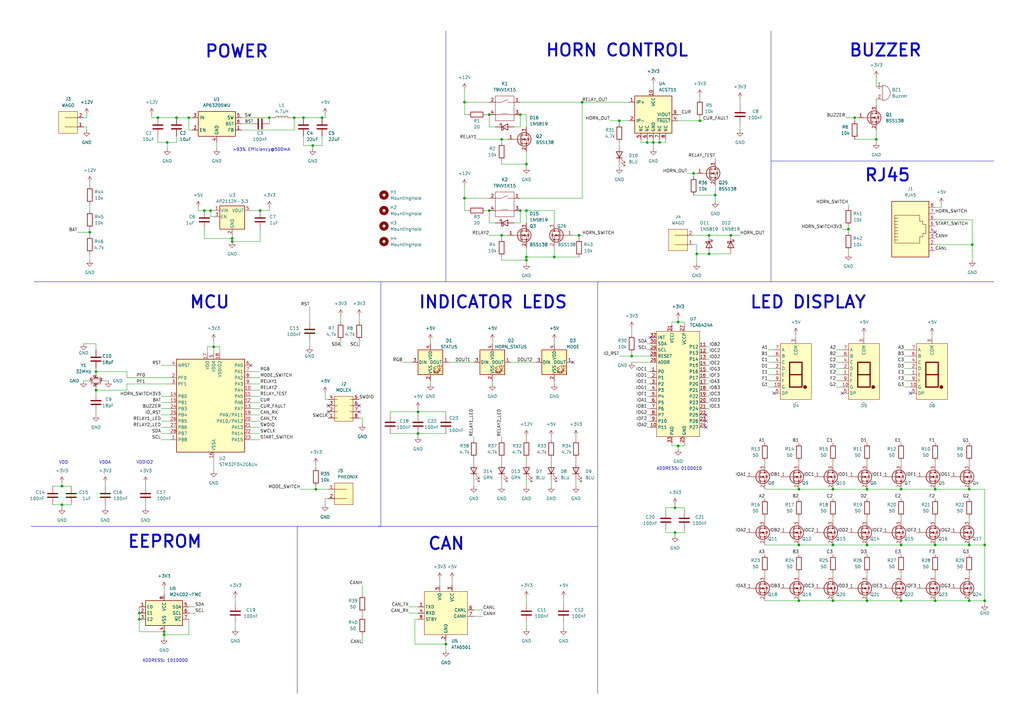
<source format=kicad_sch>
(kicad_sch (version 20230121) (generator eeschema)
  (paper "A3")
  (title_block (title "Main Controller") (date "2024-04-04") (rev "1"))
  (junction (at 190.5 81.28))
  (junction (at 72.39 48.26))
  (junction (at 285.75 104.14))
  (junction (at 238.76 41.91))
  (junction (at 215.9 105.41))
  (junction (at 278.13 182.88))
  (junction (at 129.54 200.66))
  (junction (at 106.68 86.36))
  (junction (at 215.9 67.31))
  (junction (at 132.08 48.26))
  (junction (at 215.9 86.36))
  (junction (at 278.13 132.08))
  (junction (at 284.48 71.12))
  (junction (at 267.97 58.42))
  (junction (at 67.31 259.08))
  (junction (at 347.98 93.98))
  (junction (at 95.25 99.06))
  (junction (at 369.57 200.66))
  (junction (at 215.9 106.68))
  (junction (at 205.74 96.52))
  (junction (at 383.54 246.38))
  (junction (at 265.43 58.42))
  (junction (at 95.25 97.79))
  (junction (at 341.63 200.66))
  (junction (at 86.36 86.36))
  (junction (at 25.4 207.01))
  (junction (at 57.15 251.46))
  (junction (at 227.33 105.41))
  (junction (at 383.54 223.52))
  (junction (at 205.74 57.15))
  (junction (at 369.57 223.52))
  (junction (at 36.83 95.25))
  (junction (at 213.36 86.36))
  (junction (at 290.83 96.52))
  (junction (at 190.5 41.91))
  (junction (at 120.65 48.26))
  (junction (at 397.51 200.66))
  (junction (at 355.6 223.52))
  (junction (at 68.58 58.42))
  (junction (at 276.86 218.44))
  (junction (at 299.72 96.52))
  (junction (at 67.31 260.35))
  (junction (at 213.36 46.99))
  (junction (at 39.37 152.4))
  (junction (at 171.45 177.8))
  (junction (at 87.63 142.24))
  (junction (at 57.15 254))
  (junction (at 259.08 146.05))
  (junction (at 350.52 48.26))
  (junction (at 397.51 246.38))
  (junction (at 254 49.53))
  (junction (at 327.66 200.66))
  (junction (at 64.77 48.26))
  (junction (at 355.6 200.66))
  (junction (at 403.86 246.38))
  (junction (at 124.46 48.26))
  (junction (at 182.88 264.16))
  (junction (at 341.63 223.52))
  (junction (at 110.49 48.26))
  (junction (at 383.54 200.66))
  (junction (at 327.66 223.52))
  (junction (at 359.41 57.15))
  (junction (at 293.37 80.01))
  (junction (at 39.37 160.02))
  (junction (at 341.63 246.38))
  (junction (at 77.47 48.26))
  (junction (at 25.4 199.39))
  (junction (at 290.83 104.14))
  (junction (at 276.86 208.28))
  (junction (at 83.82 86.36))
  (junction (at 237.49 96.52))
  (junction (at 270.51 58.42))
  (junction (at 128.27 59.69))
  (junction (at 200.66 46.99))
  (junction (at 287.02 49.53))
  (junction (at 200.66 86.36))
  (junction (at 369.57 246.38))
  (junction (at 327.66 246.38))
  (junction (at 355.6 246.38))
  (junction (at 397.51 223.52))
  (junction (at 171.45 168.91))
  (junction (at 403.86 223.52))
  (junction (at 398.78 100.33))
  (no_connect (at 134.62 166.37))
  (no_connect (at 289.56 175.26))
  (no_connect (at 317.5 161.29))
  (no_connect (at 345.44 161.29))
  (no_connect (at 147.32 168.91))
  (no_connect (at 147.32 166.37))
  (no_connect (at 383.54 95.25))
  (no_connect (at 134.62 168.91))
  (no_connect (at 373.38 161.29))
  (no_connect (at 289.56 170.18))
  (no_connect (at 102.87 149.86))
  (no_connect (at 289.56 172.72))
  (no_connect (at 266.7 138.43))
  (no_connect (at 234.95 148.59))
  (wire (pts (xy 327.66 212.09) (xy 327.66 213.36)))
  (wire (pts (xy 39.37 158.75) (xy 39.37 160.02)))
  (wire (pts (xy 96.52 255.27) (xy 96.52 257.81)))
  (wire (pts (xy 290.83 167.64) (xy 289.56 167.64)))
  (wire (pts (xy 398.78 90.17) (xy 398.78 100.33)))
  (wire (pts (xy 398.78 100.33) (xy 398.78 106.68)))
  (wire (pts (xy 88.9 58.42) (xy 88.9 60.96)))
  (wire (pts (xy 66.04 177.8) (xy 69.85 177.8)))
  (wire (pts (xy 87.63 187.96) (xy 87.63 193.04)))
  (wire (pts (xy 120.65 53.34) (xy 120.65 48.26)))
  (wire (pts (xy 67.31 260.35) (xy 67.31 261.62)))
  (wire (pts (xy 278.13 182.88) (xy 278.13 184.15)))
  (wire (pts (xy 81.28 85.09) (xy 81.28 86.36)))
  (wire (pts (xy 303.53 50.8) (xy 303.53 53.34)))
  (wire (pts (xy 290.83 157.48) (xy 289.56 157.48)))
  (wire (pts (xy 265.43 152.4) (xy 266.7 152.4)))
  (wire (pts (xy 280.67 218.44) (xy 280.67 217.17)))
  (wire (pts (xy 350.52 48.26) (xy 351.79 48.26)))
  (wire (pts (xy 326.39 137.16) (xy 326.39 138.43)))
  (wire (pts (xy 314.96 146.05) (xy 317.5 146.05)))
  (wire (pts (xy 205.74 57.15) (xy 208.28 57.15)))
  (wire (pts (xy 139.7 139.7) (xy 139.7 142.24)))
  (polyline (pts (xy 121.92 215.9) (xy 121.92 284.48)))
  (wire (pts (xy 369.57 246.38) (xy 383.54 246.38)))
  (wire (pts (xy 215.9 101.6) (xy 215.9 105.41)))
  (wire (pts (xy 347.98 93.98) (xy 347.98 95.25)))
  (wire (pts (xy 287.02 39.37) (xy 287.02 40.64)))
  (wire (pts (xy 355.6 246.38) (xy 369.57 246.38)))
  (wire (pts (xy 215.9 187.96) (xy 215.9 189.23)))
  (polyline (pts (xy 245.11 115.57) (xy 245.11 215.9)))
  (wire (pts (xy 67.31 241.3) (xy 67.31 243.84)))
  (wire (pts (xy 397.51 212.09) (xy 397.51 213.36)))
  (wire (pts (xy 194.31 187.96) (xy 194.31 189.23)))
  (wire (pts (xy 99.06 48.26) (xy 110.49 48.26)))
  (wire (pts (xy 347.98 92.71) (xy 347.98 93.98)))
  (wire (pts (xy 190.5 36.83) (xy 190.5 41.91)))
  (wire (pts (xy 313.69 223.52) (xy 327.66 223.52)))
  (wire (pts (xy 254 146.05) (xy 259.08 146.05)))
  (polyline (pts (xy 316.23 66.04) (xy 407.67 66.04)))
  (wire (pts (xy 275.59 182.88) (xy 278.13 182.88)))
  (wire (pts (xy 369.57 234.95) (xy 369.57 236.22)))
  (polyline (pts (xy 245.11 215.9) (xy 245.11 284.48)))
  (wire (pts (xy 290.83 160.02) (xy 289.56 160.02)))
  (wire (pts (xy 201.93 139.7) (xy 201.93 140.97)))
  (wire (pts (xy 36.83 93.98) (xy 36.83 95.25)))
  (wire (pts (xy 39.37 160.02) (xy 39.37 161.29)))
  (wire (pts (xy 280.67 132.08) (xy 280.67 133.35)))
  (wire (pts (xy 370.84 153.67) (xy 373.38 153.67)))
  (wire (pts (xy 132.08 59.69) (xy 132.08 55.88)))
  (wire (pts (xy 227.33 139.7) (xy 227.33 140.97)))
  (wire (pts (xy 273.05 209.55) (xy 273.05 208.28)))
  (wire (pts (xy 284.48 96.52) (xy 290.83 96.52)))
  (wire (pts (xy 106.68 86.36) (xy 110.49 86.36)))
  (wire (pts (xy 160.02 168.91) (xy 160.02 170.18)))
  (wire (pts (xy 290.83 162.56) (xy 289.56 162.56)))
  (wire (pts (xy 273.05 58.42) (xy 270.51 58.42)))
  (wire (pts (xy 341.63 246.38) (xy 355.6 246.38)))
  (wire (pts (xy 203.2 91.44) (xy 200.66 91.44)))
  (wire (pts (xy 83.82 93.98) (xy 83.82 97.79)))
  (wire (pts (xy 369.57 200.66) (xy 383.54 200.66)))
  (wire (pts (xy 265.43 140.97) (xy 266.7 140.97)))
  (wire (pts (xy 236.22 179.07) (xy 236.22 180.34)))
  (wire (pts (xy 52.07 157.48) (xy 69.85 157.48)))
  (wire (pts (xy 25.4 198.12) (xy 25.4 199.39)))
  (wire (pts (xy 147.32 171.45) (xy 148.59 171.45)))
  (wire (pts (xy 160.02 168.91) (xy 171.45 168.91)))
  (wire (pts (xy 62.23 46.99) (xy 62.23 48.26)))
  (wire (pts (xy 190.5 41.91) (xy 200.66 41.91)))
  (wire (pts (xy 397.51 234.95) (xy 397.51 236.22)))
  (wire (pts (xy 134.62 204.47) (xy 133.35 204.47)))
  (wire (pts (xy 355.6 189.23) (xy 355.6 190.5)))
  (wire (pts (xy 327.66 246.38) (xy 341.63 246.38)))
  (wire (pts (xy 190.5 76.2) (xy 190.5 81.28)))
  (wire (pts (xy 327.66 223.52) (xy 341.63 223.52)))
  (wire (pts (xy 106.68 165.1) (xy 102.87 165.1)))
  (wire (pts (xy 275.59 182.88) (xy 275.59 181.61)))
  (wire (pts (xy 66.04 175.26) (xy 69.85 175.26)))
  (wire (pts (xy 205.74 105.41) (xy 205.74 106.68)))
  (wire (pts (xy 359.41 31.75) (xy 359.41 35.56)))
  (wire (pts (xy 36.83 74.93) (xy 36.83 76.2)))
  (wire (pts (xy 182.88 168.91) (xy 182.88 170.18)))
  (wire (pts (xy 359.41 53.34) (xy 359.41 57.15)))
  (wire (pts (xy 66.04 167.64) (xy 69.85 167.64)))
  (wire (pts (xy 355.6 234.95) (xy 355.6 236.22)))
  (wire (pts (xy 62.23 48.26) (xy 64.77 48.26)))
  (wire (pts (xy 110.49 48.26) (xy 110.49 50.8)))
  (wire (pts (xy 342.9 158.75) (xy 345.44 158.75)))
  (wire (pts (xy 77.47 260.35) (xy 77.47 254)))
  (wire (pts (xy 176.53 156.21) (xy 176.53 157.48)))
  (wire (pts (xy 259.08 144.78) (xy 259.08 146.05)))
  (wire (pts (xy 370.84 158.75) (xy 373.38 158.75)))
  (wire (pts (xy 382.27 137.16) (xy 382.27 138.43)))
  (wire (pts (xy 102.87 175.26) (xy 106.68 175.26)))
  (wire (pts (xy 236.22 196.85) (xy 236.22 199.39)))
  (wire (pts (xy 237.49 96.52) (xy 237.49 97.79)))
  (wire (pts (xy 276.86 218.44) (xy 276.86 219.71)))
  (wire (pts (xy 72.39 58.42) (xy 72.39 55.88)))
  (wire (pts (xy 226.06 179.07) (xy 226.06 180.34)))
  (wire (pts (xy 132.08 48.26) (xy 133.35 48.26)))
  (wire (pts (xy 35.56 48.26) (xy 35.56 46.99)))
  (wire (pts (xy 190.5 46.99) (xy 191.77 46.99)))
  (wire (pts (xy 96.52 245.11) (xy 96.52 247.65)))
  (wire (pts (xy 273.05 57.15) (xy 273.05 58.42)))
  (wire (pts (xy 280.67 182.88) (xy 280.67 181.61)))
  (wire (pts (xy 342.9 148.59) (xy 345.44 148.59)))
  (wire (pts (xy 383.54 85.09) (xy 386.08 85.09)))
  (wire (pts (xy 276.86 218.44) (xy 280.67 218.44)))
  (wire (pts (xy 227.33 86.36) (xy 227.33 91.44)))
  (wire (pts (xy 171.45 168.91) (xy 171.45 170.18)))
  (wire (pts (xy 276.86 208.28) (xy 280.67 208.28)))
  (wire (pts (xy 265.43 57.15) (xy 265.43 58.42)))
  (wire (pts (xy 265.43 170.18) (xy 266.7 170.18)))
  (wire (pts (xy 273.05 208.28) (xy 276.86 208.28)))
  (wire (pts (xy 359.41 57.15) (xy 359.41 58.42)))
  (wire (pts (xy 31.75 95.25) (xy 36.83 95.25)))
  (wire (pts (xy 341.63 234.95) (xy 341.63 236.22)))
  (wire (pts (xy 383.54 100.33) (xy 398.78 100.33)))
  (wire (pts (xy 106.68 157.48) (xy 102.87 157.48)))
  (wire (pts (xy 313.69 246.38) (xy 327.66 246.38)))
  (wire (pts (xy 369.57 223.52) (xy 383.54 223.52)))
  (wire (pts (xy 77.47 48.26) (xy 78.74 48.26)))
  (wire (pts (xy 355.6 200.66) (xy 369.57 200.66)))
  (wire (pts (xy 284.48 80.01) (xy 293.37 80.01)))
  (wire (pts (xy 201.93 156.21) (xy 201.93 157.48)))
  (wire (pts (xy 167.64 251.46) (xy 171.45 251.46)))
  (wire (pts (xy 36.83 95.25) (xy 36.83 96.52)))
  (wire (pts (xy 213.36 52.07) (xy 213.36 46.99)))
  (wire (pts (xy 205.74 96.52) (xy 208.28 96.52)))
  (wire (pts (xy 127 139.7) (xy 127 142.24)))
  (wire (pts (xy 25.4 199.39) (xy 21.59 199.39)))
  (wire (pts (xy 226.06 187.96) (xy 226.06 189.23)))
  (wire (pts (xy 133.35 161.29) (xy 133.35 163.83)))
  (wire (pts (xy 254 67.31) (xy 254 68.58)))
  (wire (pts (xy 210.82 91.44) (xy 213.36 91.44)))
  (wire (pts (xy 83.82 97.79) (xy 95.25 97.79)))
  (wire (pts (xy 370.84 143.51) (xy 373.38 143.51)))
  (wire (pts (xy 265.43 175.26) (xy 266.7 175.26)))
  (wire (pts (xy 205.74 187.96) (xy 205.74 189.23)))
  (polyline (pts (xy 156.21 115.57) (xy 156.21 215.9)))
  (wire (pts (xy 64.77 55.88) (xy 64.77 58.42)))
  (wire (pts (xy 171.45 168.91) (xy 182.88 168.91)))
  (wire (pts (xy 102.87 170.18) (xy 106.68 170.18)))
  (wire (pts (xy 87.63 142.24) (xy 87.63 144.78)))
  (wire (pts (xy 280.67 208.28) (xy 280.67 209.55)))
  (wire (pts (xy 397.51 223.52) (xy 403.86 223.52)))
  (wire (pts (xy 90.17 142.24) (xy 90.17 144.78)))
  (wire (pts (xy 284.48 71.12) (xy 285.75 71.12)))
  (wire (pts (xy 342.9 156.21) (xy 345.44 156.21)))
  (wire (pts (xy 129.54 199.39) (xy 129.54 200.66)))
  (wire (pts (xy 383.54 189.23) (xy 383.54 190.5)))
  (wire (pts (xy 236.22 187.96) (xy 236.22 189.23)))
  (wire (pts (xy 327.66 200.66) (xy 341.63 200.66)))
  (wire (pts (xy 139.7 129.54) (xy 139.7 132.08)))
  (wire (pts (xy 359.41 40.64) (xy 359.41 43.18)))
  (wire (pts (xy 238.76 41.91) (xy 257.81 41.91)))
  (wire (pts (xy 314.96 148.59) (xy 317.5 148.59)))
  (wire (pts (xy 205.74 106.68) (xy 215.9 106.68)))
  (wire (pts (xy 278.13 132.08) (xy 275.59 132.08)))
  (wire (pts (xy 147.32 139.7) (xy 147.32 142.24)))
  (wire (pts (xy 250.19 49.53) (xy 254 49.53)))
  (wire (pts (xy 170.18 254) (xy 170.18 264.16)))
  (wire (pts (xy 290.83 147.32) (xy 289.56 147.32)))
  (wire (pts (xy 285.75 104.14) (xy 290.83 104.14)))
  (wire (pts (xy 170.18 254) (xy 171.45 254)))
  (wire (pts (xy 270.51 57.15) (xy 270.51 58.42)))
  (wire (pts (xy 215.9 68.58) (xy 215.9 67.31)))
  (wire (pts (xy 148.59 171.45) (xy 148.59 173.99)))
  (wire (pts (xy 87.63 88.9) (xy 86.36 88.9)))
  (wire (pts (xy 355.6 223.52) (xy 369.57 223.52)))
  (wire (pts (xy 194.31 196.85) (xy 194.31 199.39)))
  (wire (pts (xy 386.08 85.09) (xy 386.08 83.82)))
  (wire (pts (xy 106.68 93.98) (xy 106.68 99.06)))
  (wire (pts (xy 290.83 104.14) (xy 299.72 104.14)))
  (wire (pts (xy 293.37 64.77) (xy 293.37 66.04)))
  (wire (pts (xy 85.09 142.24) (xy 85.09 144.78)))
  (wire (pts (xy 39.37 140.97) (xy 34.29 140.97)))
  (wire (pts (xy 200.66 91.44) (xy 200.66 86.36)))
  (wire (pts (xy 227.33 105.41) (xy 215.9 105.41)))
  (wire (pts (xy 290.83 152.4) (xy 289.56 152.4)))
  (wire (pts (xy 83.82 86.36) (xy 86.36 86.36)))
  (wire (pts (xy 66.04 165.1) (xy 69.85 165.1)))
  (wire (pts (xy 80.01 248.92) (xy 77.47 248.92)))
  (wire (pts (xy 341.63 189.23) (xy 341.63 190.5)))
  (wire (pts (xy 403.86 246.38) (xy 397.51 246.38)))
  (wire (pts (xy 99.06 53.34) (xy 120.65 53.34)))
  (wire (pts (xy 66.04 162.56) (xy 69.85 162.56)))
  (wire (pts (xy 34.29 52.07) (xy 35.56 52.07)))
  (wire (pts (xy 342.9 146.05) (xy 345.44 146.05)))
  (wire (pts (xy 39.37 152.4) (xy 39.37 153.67)))
  (wire (pts (xy 397.51 189.23) (xy 397.51 190.5)))
  (wire (pts (xy 95.25 97.79) (xy 95.25 99.06)))
  (wire (pts (xy 403.86 223.52) (xy 403.86 246.38)))
  (wire (pts (xy 64.77 48.26) (xy 72.39 48.26)))
  (wire (pts (xy 347.98 102.87) (xy 347.98 104.14)))
  (wire (pts (xy 29.21 207.01) (xy 25.4 207.01)))
  (wire (pts (xy 290.83 149.86) (xy 289.56 149.86)))
  (wire (pts (xy 262.89 58.42) (xy 265.43 58.42)))
  (wire (pts (xy 67.31 260.35) (xy 77.47 260.35)))
  (wire (pts (xy 278.13 132.08) (xy 280.67 132.08)))
  (polyline (pts (xy 182.88 12.7) (xy 182.88 115.57)))
  (wire (pts (xy 267.97 57.15) (xy 267.97 58.42)))
  (wire (pts (xy 383.54 234.95) (xy 383.54 236.22)))
  (wire (pts (xy 81.28 86.36) (xy 83.82 86.36)))
  (wire (pts (xy 213.36 41.91) (xy 238.76 41.91)))
  (wire (pts (xy 148.59 240.03) (xy 148.59 243.84)))
  (wire (pts (xy 128.27 59.69) (xy 132.08 59.69)))
  (wire (pts (xy 313.69 200.66) (xy 327.66 200.66)))
  (wire (pts (xy 133.35 48.26) (xy 133.35 46.99)))
  (wire (pts (xy 171.45 167.64) (xy 171.45 168.91)))
  (wire (pts (xy 314.96 156.21) (xy 317.5 156.21)))
  (wire (pts (xy 128.27 59.69) (xy 128.27 60.96)))
  (wire (pts (xy 290.83 154.94) (xy 289.56 154.94)))
  (wire (pts (xy 106.68 180.34) (xy 102.87 180.34)))
  (wire (pts (xy 160.02 177.8) (xy 171.45 177.8)))
  (wire (pts (xy 259.08 146.05) (xy 266.7 146.05)))
  (wire (pts (xy 314.96 158.75) (xy 317.5 158.75)))
  (wire (pts (xy 123.19 200.66) (xy 129.54 200.66)))
  (wire (pts (xy 86.36 88.9) (xy 86.36 86.36)))
  (wire (pts (xy 106.68 154.94) (xy 102.87 154.94)))
  (wire (pts (xy 205.74 58.42) (xy 205.74 57.15)))
  (wire (pts (xy 327.66 189.23) (xy 327.66 190.5)))
  (wire (pts (xy 215.9 105.41) (xy 215.9 106.68)))
  (wire (pts (xy 184.15 148.59) (xy 194.31 148.59)))
  (wire (pts (xy 133.35 204.47) (xy 133.35 207.01)))
  (wire (pts (xy 106.68 162.56) (xy 102.87 162.56)))
  (wire (pts (xy 370.84 151.13) (xy 373.38 151.13)))
  (wire (pts (xy 86.36 86.36) (xy 87.63 86.36)))
  (wire (pts (xy 267.97 34.29) (xy 267.97 36.83)))
  (wire (pts (xy 275.59 132.08) (xy 275.59 133.35)))
  (wire (pts (xy 199.39 46.99) (xy 200.66 46.99)))
  (wire (pts (xy 43.18 198.12) (xy 43.18 199.39)))
  (wire (pts (xy 205.74 97.79) (xy 205.74 96.52)))
  (polyline (pts (xy 156.21 215.9) (xy 154.94 215.9)))
  (wire (pts (xy 369.57 212.09) (xy 369.57 213.36)))
  (wire (pts (xy 203.2 52.07) (xy 200.66 52.07)))
  (wire (pts (xy 36.83 83.82) (xy 36.83 86.36)))
  (wire (pts (xy 213.36 81.28) (xy 238.76 81.28)))
  (wire (pts (xy 370.84 156.21) (xy 373.38 156.21)))
  (wire (pts (xy 290.83 165.1) (xy 289.56 165.1)))
  (wire (pts (xy 276.86 208.28) (xy 276.86 207.01)))
  (wire (pts (xy 67.31 259.08) (xy 67.31 260.35)))
  (wire (pts (xy 290.83 96.52) (xy 299.72 96.52)))
  (wire (pts (xy 278.13 182.88) (xy 280.67 182.88)))
  (wire (pts (xy 237.49 96.52) (xy 238.76 96.52)))
  (wire (pts (xy 39.37 151.13) (xy 39.37 152.4)))
  (wire (pts (xy 39.37 168.91) (xy 39.37 170.18)))
  (wire (pts (xy 59.69 199.39) (xy 59.69 198.12)))
  (wire (pts (xy 370.84 146.05) (xy 373.38 146.05)))
  (wire (pts (xy 234.95 96.52) (xy 237.49 96.52)))
  (wire (pts (xy 213.36 46.99) (xy 215.9 46.99)))
  (wire (pts (xy 403.86 200.66) (xy 403.86 223.52)))
  (wire (pts (xy 262.89 57.15) (xy 262.89 58.42)))
  (wire (pts (xy 205.74 67.31) (xy 205.74 66.04)))
  (wire (pts (xy 57.15 251.46) (xy 57.15 254)))
  (wire (pts (xy 299.72 96.52) (xy 303.53 96.52)))
  (wire (pts (xy 265.43 58.42) (xy 267.97 58.42)))
  (wire (pts (xy 127 125.73) (xy 127 132.08)))
  (wire (pts (xy 200.66 96.52) (xy 205.74 96.52)))
  (wire (pts (xy 350.52 48.26) (xy 350.52 49.53)))
  (wire (pts (xy 290.83 142.24) (xy 289.56 142.24)))
  (wire (pts (xy 57.15 254) (xy 57.15 259.08)))
  (wire (pts (xy 369.57 189.23) (xy 369.57 190.5)))
  (wire (pts (xy 190.5 41.91) (xy 190.5 46.99)))
  (wire (pts (xy 215.9 86.36) (xy 215.9 91.44)))
  (wire (pts (xy 346.71 48.26) (xy 350.52 48.26)))
  (wire (pts (xy 195.58 57.15) (xy 205.74 57.15)))
  (wire (pts (xy 279.4 46.99) (xy 278.13 46.99)))
  (wire (pts (xy 194.31 250.19) (xy 198.12 250.19)))
  (wire (pts (xy 34.29 48.26) (xy 35.56 48.26)))
  (wire (pts (xy 267.97 58.42) (xy 267.97 60.96)))
  (wire (pts (xy 95.25 96.52) (xy 95.25 97.79)))
  (wire (pts (xy 199.39 86.36) (xy 200.66 86.36)))
  (wire (pts (xy 35.56 52.07) (xy 35.56 53.34)))
  (wire (pts (xy 57.15 248.92) (xy 57.15 251.46)))
  (wire (pts (xy 342.9 143.51) (xy 345.44 143.51)))
  (wire (pts (xy 87.63 142.24) (xy 90.17 142.24)))
  (wire (pts (xy 77.47 53.34) (xy 77.47 48.26)))
  (wire (pts (xy 205.74 179.07) (xy 205.74 180.34)))
  (wire (pts (xy 170.18 264.16) (xy 182.88 264.16)))
  (wire (pts (xy 213.36 91.44) (xy 213.36 86.36)))
  (wire (pts (xy 227.33 105.41) (xy 237.49 105.41)))
  (wire (pts (xy 254 49.53) (xy 254 50.8)))
  (wire (pts (xy 273.05 217.17) (xy 273.05 218.44)))
  (wire (pts (xy 383.54 246.38) (xy 397.51 246.38)))
  (wire (pts (xy 25.4 199.39) (xy 29.21 199.39)))
  (wire (pts (xy 102.87 177.8) (xy 106.68 177.8)))
  (wire (pts (xy 254 49.53) (xy 257.81 49.53)))
  (wire (pts (xy 287.02 48.26) (xy 287.02 49.53)))
  (wire (pts (xy 383.54 90.17) (xy 398.78 90.17)))
  (wire (pts (xy 43.18 207.01) (xy 43.18 208.28)))
  (wire (pts (xy 209.55 148.59) (xy 219.71 148.59)))
  (wire (pts (xy 25.4 207.01) (xy 25.4 208.28)))
  (wire (pts (xy 52.07 154.94) (xy 69.85 154.94)))
  (wire (pts (xy 167.64 248.92) (xy 171.45 248.92)))
  (wire (pts (xy 215.9 245.11) (xy 215.9 247.65)))
  (wire (pts (xy 341.63 223.52) (xy 355.6 223.52)))
  (polyline (pts (xy 316.23 12.7) (xy 316.23 115.57)))
  (wire (pts (xy 303.53 40.64) (xy 303.53 43.18)))
  (wire (pts (xy 342.9 153.67) (xy 345.44 153.67)))
  (wire (pts (xy 313.69 212.09) (xy 313.69 213.36)))
  (wire (pts (xy 293.37 80.01) (xy 293.37 82.55)))
  (wire (pts (xy 287.02 49.53) (xy 278.13 49.53)))
  (wire (pts (xy 66.04 172.72) (xy 69.85 172.72)))
  (wire (pts (xy 231.14 245.11) (xy 231.14 247.65)))
  (wire (pts (xy 313.69 234.95) (xy 313.69 236.22)))
  (wire (pts (xy 314.96 143.51) (xy 317.5 143.51)))
  (wire (pts (xy 215.9 86.36) (xy 227.33 86.36)))
  (wire (pts (xy 285.75 100.33) (xy 285.75 104.14)))
  (wire (pts (xy 265.43 157.48) (xy 266.7 157.48)))
  (wire (pts (xy 383.54 200.66) (xy 397.51 200.66)))
  (wire (pts (xy 110.49 48.26) (xy 111.76 48.26)))
  (wire (pts (xy 147.32 129.54) (xy 147.32 132.08)))
  (wire (pts (xy 293.37 76.2) (xy 293.37 80.01)))
  (wire (pts (xy 284.48 100.33) (xy 285.75 100.33)))
  (wire (pts (xy 265.43 165.1) (xy 266.7 165.1)))
  (wire (pts (xy 341.63 200.66) (xy 355.6 200.66)))
  (wire (pts (xy 265.43 154.94) (xy 266.7 154.94)))
  (wire (pts (xy 171.45 177.8) (xy 171.45 179.07)))
  (wire (pts (xy 66.04 149.86) (xy 69.85 149.86)))
  (wire (pts (xy 259.08 134.62) (xy 259.08 137.16)))
  (wire (pts (xy 281.94 71.12) (xy 284.48 71.12)))
  (wire (pts (xy 270.51 58.42) (xy 267.97 58.42)))
  (wire (pts (xy 354.33 137.16) (xy 354.33 138.43)))
  (wire (pts (xy 205.74 67.31) (xy 215.9 67.31)))
  (wire (pts (xy 350.52 57.15) (xy 359.41 57.15)))
  (wire (pts (xy 254 58.42) (xy 254 59.69)))
  (wire (pts (xy 313.69 189.23) (xy 313.69 190.5)))
  (wire (pts (xy 102.87 172.72) (xy 106.68 172.72)))
  (wire (pts (xy 52.07 152.4) (xy 52.07 154.94)))
  (wire (pts (xy 215.9 107.95) (xy 215.9 106.68)))
  (wire (pts (xy 66.04 180.34) (xy 69.85 180.34)))
  (wire (pts (xy 102.87 86.36) (xy 106.68 86.36)))
  (wire (pts (xy 72.39 48.26) (xy 77.47 48.26)))
  (wire (pts (xy 205.74 196.85) (xy 205.74 199.39)))
  (wire (pts (xy 403.86 247.65) (xy 403.86 246.38)))
  (wire (pts (xy 273.05 218.44) (xy 276.86 218.44)))
  (wire (pts (xy 290.83 144.78) (xy 289.56 144.78)))
  (wire (pts (xy 41.91 156.21) (xy 44.45 156.21)))
  (wire (pts (xy 124.46 55.88) (xy 124.46 59.69)))
  (wire (pts (xy 80.01 251.46) (xy 77.47 251.46)))
  (wire (pts (xy 106.68 152.4) (xy 102.87 152.4)))
  (wire (pts (xy 68.58 58.42) (xy 68.58 60.96)))
  (wire (pts (xy 110.49 86.36) (xy 110.49 85.09)))
  (wire (pts (xy 190.5 81.28) (xy 200.66 81.28)))
  (wire (pts (xy 231.14 255.27) (xy 231.14 257.81)))
  (wire (pts (xy 182.88 264.16) (xy 182.88 266.7)))
  (wire (pts (xy 215.9 196.85) (xy 215.9 199.39)))
  (wire (pts (xy 39.37 143.51) (xy 39.37 140.97)))
  (wire (pts (xy 124.46 48.26) (xy 132.08 48.26)))
  (wire (pts (xy 215.9 255.27) (xy 215.9 257.81)))
  (wire (pts (xy 345.44 93.98) (xy 347.98 93.98)))
  (wire (pts (xy 148.59 260.35) (xy 148.59 264.16)))
  (wire (pts (xy 355.6 212.09) (xy 355.6 213.36)))
  (wire (pts (xy 383.54 212.09) (xy 383.54 213.36)))
  (wire (pts (xy 383.54 223.52) (xy 397.51 223.52)))
  (wire (pts (xy 171.45 177.8) (xy 182.88 177.8)))
  (wire (pts (xy 327.66 234.95) (xy 327.66 236.22)))
  (wire (pts (xy 99.06 50.8) (xy 102.87 50.8)))
  (wire (pts (xy 265.43 167.64) (xy 266.7 167.64)))
  (wire (pts (xy 194.31 252.73) (xy 198.12 252.73)))
  (wire (pts (xy 119.38 48.26) (xy 120.65 48.26)))
  (wire (pts (xy 347.98 83.82) (xy 347.98 85.09)))
  (wire (pts (xy 194.31 179.07) (xy 194.31 180.34)))
  (wire (pts (xy 215.9 62.23) (xy 215.9 67.31)))
  (wire (pts (xy 165.1 148.59) (xy 168.91 148.59)))
  (wire (pts (xy 36.83 104.14) (xy 36.83 106.68)))
  (wire (pts (xy 106.68 160.02) (xy 102.87 160.02)))
  (polyline (pts (xy 12.7 215.9) (xy 245.11 215.9)))
  (wire (pts (xy 190.5 81.28) (xy 190.5 86.36)))
  (wire (pts (xy 314.96 153.67) (xy 317.5 153.67)))
  (wire (pts (xy 341.63 212.09) (xy 341.63 213.36)))
  (wire (pts (xy 39.37 152.4) (xy 52.07 152.4)))
  (wire (pts (xy 265.43 172.72) (xy 266.7 172.72)))
  (wire (pts (xy 265.43 143.51) (xy 266.7 143.51)))
  (wire (pts (xy 397.51 200.66) (xy 403.86 200.66)))
  (wire (pts (xy 215.9 179.07) (xy 215.9 180.34)))
  (wire (pts (xy 34.29 156.21) (xy 36.83 156.21)))
  (wire (pts (xy 129.54 200.66) (xy 134.62 200.66)))
  (wire (pts (xy 278.13 130.81) (xy 278.13 132.08)))
  (wire (pts (xy 238.76 81.28) (xy 238.76 41.91)))
  (wire (pts (xy 227.33 156.21) (xy 227.33 157.48)))
  (wire (pts (xy 314.96 151.13) (xy 317.5 151.13)))
  (wire (pts (xy 288.29 49.53) (xy 287.02 49.53)))
  (wire (pts (xy 227.33 101.6) (xy 227.33 105.41)))
  (wire (pts (xy 87.63 139.7) (xy 87.63 142.24)))
  (wire (pts (xy 176.53 139.7) (xy 176.53 140.97)))
  (wire (pts (xy 129.54 190.5) (xy 129.54 191.77)))
  (wire (pts (xy 39.37 160.02) (xy 52.07 160.02)))
  (wire (pts (xy 185.42 237.49) (xy 185.42 240.03)))
  (wire (pts (xy 284.48 71.12) (xy 284.48 72.39)))
  (wire (pts (xy 259.08 148.59) (xy 266.7 148.59)))
  (wire (pts (xy 210.82 52.07) (xy 213.36 52.07)))
  (wire (pts (xy 52.07 160.02) (xy 52.07 157.48)))
  (wire (pts (xy 200.66 52.07) (xy 200.66 46.99)))
  (wire (pts (xy 64.77 58.42) (xy 68.58 58.42)))
  (wire (pts (xy 370.84 148.59) (xy 373.38 148.59)))
  (wire (pts (xy 57.15 259.08) (xy 67.31 259.08)))
  (wire (pts (xy 213.36 86.36) (xy 215.9 86.36)))
  (wire (pts (xy 78.74 53.34) (xy 77.47 53.34)))
  (polyline (pts (xy 13.97 115.57) (xy 407.67 115.57)))
  (wire (pts (xy 59.69 207.01) (xy 59.69 208.28)))
  (wire (pts (xy 87.63 142.24) (xy 85.09 142.24)))
  (wire (pts (xy 285.75 104.14) (xy 285.75 107.95)))
  (wire (pts (xy 226.06 196.85) (xy 226.06 199.39)))
  (wire (pts (xy 182.88 262.89) (xy 182.88 264.16)))
  (wire (pts (xy 265.43 160.02) (xy 266.7 160.02)))
  (wire (pts (xy 265.43 162.56) (xy 266.7 162.56)))
  (wire (pts (xy 21.59 207.01) (xy 25.4 207.01)))
  (wire (pts (xy 106.68 167.64) (xy 102.87 167.64)))
  (wire (pts (xy 120.65 48.26) (xy 124.46 48.26)))
  (wire (pts (xy 180.34 237.49) (xy 180.34 240.03)))
  (wire (pts (xy 148.59 251.46) (xy 148.59 252.73)))
  (wire (pts (xy 190.5 86.36) (xy 191.77 86.36)))
  (wire (pts (xy 215.9 46.99) (xy 215.9 52.07)))
  (wire (pts (xy 106.68 99.06) (xy 95.25 99.06)))
  (wire (pts (xy 342.9 151.13) (xy 345.44 151.13)))
  (wire (pts (xy 68.58 58.42) (xy 72.39 58.42)))
  (wire (pts (xy 133.35 163.83) (xy 134.62 163.83)))
  (wire (pts (xy 124.46 59.69) (xy 128.27 59.69)))
  (wire (pts (xy 66.04 170.18) (xy 69.85 170.18)))
  (text "HORN CONTROL\n\n" (at 223.52 31.75 0) (effects (font (size 5 5) (thickness 0.8) bold) (justify left bottom)))
  (text "EEPROM\n\n\n" (at 52.07 241.3 0) (effects (font (size 5 5) (thickness 0.8) bold) (justify left bottom)))
  (text "INDICATOR LEDS\n" (at 171.45 127 0) (effects (font (size 5 5) (thickness 0.8) bold) (justify left bottom)))
  (text "ADDRESS: 0100010" (at 269.24 193.04 0) (effects (font (size 1.27 1.27)) (justify left bottom)))
  (text "CAN\n" (at 175.26 226.06 0) (effects (font (size 5 5) (thickness 0.8) bold) (justify left bottom)))
  (text "VDD" (at 24.13 190.5 0) (effects (font (size 1.27 1.27)) (justify left bottom)))
  (text "LED DISPLAY\n" (at 307.34 127 0) (effects (font (size 5 5) (thickness 0.8) bold) (justify left bottom)))
  (text "ADDRESS: 1010000" (at 58.42 271.78 0) (effects (font (size 1.27 1.27)) (justify left bottom)))
  (text "VDDIO2" (at 55.88 190.5 0) (effects (font (size 1.27 1.27)) (justify left bottom)))
  (text ">93% Efficiency@500mA" (at 95.25 62.23 0) (effects (font (size 1.27 1.27)) (justify left bottom)))
  (text "BUZZER\n\n" (at 347.98 31.75 0) (effects (font (size 5 5) (thickness 0.8) bold) (justify left bottom)))
  (text "RJ45\n" (at 354.33 74.93 0) (effects (font (size 5 5) (thickness 0.8) bold) (justify left bottom)))
  (text "POWER" (at 83.82 24.13 0) (effects (font (size 5 5) (thickness 0.8) bold) (justify left bottom)))
  (text "VDDA" (at 40.64 190.5 0) (effects (font (size 1.27 1.27)) (justify left bottom)))
  (text "MCU\n" (at 77.47 127 0) (effects (font (size 5 5) (thickness 0.8) bold) (justify left bottom)))
  (label "IOD1" (at 347.98 195.58 180))
  (label "MODE_SWITCH" (at 106.68 154.94 0))
  (label "A3" (at 313.69 227.33 180))
  (label "CANL" (at 148.59 264.16 180))
  (label "D1" (at 314.96 151.13 180))
  (label "START_SWITCH" (at 106.68 180.34 0))
  (label "BAT" (at 31.75 95.25 180))
  (label "E3" (at 369.57 227.33 180))
  (label "C2" (at 342.9 148.59 180))
  (label "HORN_SWITCH" (at 238.76 96.52 0))
  (label "CUR" (at 279.4 46.99 0))
  (label "RELAY1" (at 195.58 57.15 180))
  (label "F3" (at 383.54 227.33 180))
  (label "DOUT1" (at 186.69 148.59 0))
  (label "HORN_SWITCH3V3" (at 66.04 162.56 180))
  (label "BUZZER" (at 66.04 167.64 180))
  (label "DOUT2" (at 212.09 148.59 0))
  (label "SCL" (at 147.32 142.24 180))
  (label "B3" (at 370.84 146.05 180))
  (label "B3" (at 327.66 227.33 180))
  (label "E2" (at 342.9 153.67 180))
  (label "G1" (at 397.51 181.61 180))
  (label "SDA" (at 265.43 140.97 180))
  (label "SCL" (at 66.04 180.34 180))
  (label "E2" (at 369.57 204.47 180))
  (label "E1" (at 314.96 153.67 180))
  (label "RGB" (at 106.68 152.4 0))
  (label "HORN_SWITCH3V3" (at 345.44 93.98 180))
  (label "HORN_OUT" (at 303.53 96.52 0))
  (label "CAN_RX" (at 167.64 251.46 180))
  (label "IOG2" (at 265.43 170.18 180))
  (label "IOB3" (at 290.83 160.02 0))
  (label "A1" (at 313.69 181.61 180))
  (label "RELAY_OUT" (at 238.76 41.91 0))
  (label "CUR_FAULT" (at 288.29 49.53 0))
  (label "IOE1" (at 265.43 157.48 180))
  (label "CANL" (at 198.12 250.19 0))
  (label "IOG1" (at 265.43 160.02 180))
  (label "IOC3" (at 290.83 162.56 0))
  (label "BST" (at 100.33 50.8 0))
  (label "D2" (at 342.9 151.13 180))
  (label "SWCLK" (at 134.62 171.45 180))
  (label "F3" (at 370.84 156.21 180))
  (label "IOA1" (at 265.43 165.1 180))
  (label "IOC1" (at 334.01 195.58 180))
  (label "A2" (at 313.69 204.47 180))
  (label "PF1" (at 55.88 157.48 0))
  (label "IOF1" (at 265.43 162.56 180))
  (label "SCL" (at 80.01 251.46 0))
  (label "C3" (at 341.63 227.33 180))
  (label "G1" (at 314.96 158.75 180))
  (label "IOF3" (at 375.92 241.3 180))
  (label "F2" (at 342.9 156.21 180))
  (label "START_SWITCH" (at 383.54 92.71 0))
  (label "SDA" (at 66.04 177.8 180))
  (label "D3" (at 370.84 151.13 180))
  (label "RELAY2_LED" (at 205.74 179.07 90))
  (label "IO_RST" (at 254 146.05 180))
  (label "A1" (at 314.96 143.51 180))
  (label "IOD1" (at 265.43 154.94 180))
  (label "D2" (at 355.6 204.47 180))
  (label "IOD2" (at 347.98 218.44 180))
  (label "IO_RST" (at 66.04 170.18 180))
  (label "RELAY2" (at 106.68 160.02 0))
  (label "IOE3" (at 290.83 167.64 0))
  (label "IOB1" (at 320.04 195.58 180))
  (label "C2" (at 341.63 204.47 180))
  (label "G3" (at 370.84 158.75 180))
  (label "C3" (at 370.84 148.59 180))
  (label "CAN_TX" (at 167.64 248.92 180))
  (label "F2" (at 383.54 204.47 180))
  (label "IOC2" (at 290.83 144.78 0))
  (label "RGB" (at 165.1 148.59 180))
  (label "IOF2" (at 375.92 218.44 180))
  (label "IOB2" (at 320.04 218.44 180))
  (label "F1" (at 383.54 181.61 180))
  (label "SWCLK" (at 106.68 177.8 0))
  (label "A3" (at 370.84 143.51 180))
  (label "RELAY1_LED" (at 194.31 179.07 90))
  (label "HORN_OUT" (at 250.19 49.53 180))
  (label "IOA3" (at 290.83 157.48 0))
  (label "HORN_OUT" (at 281.94 71.12 180))
  (label "RELAY1" (at 106.68 157.48 0))
  (label "RELAY1_LED" (at 66.04 172.72 180))
  (label "CANH" (at 198.12 252.73 0))
  (label "B1" (at 314.96 146.05 180))
  (label "IOE1" (at 361.95 195.58 180))
  (label "SDA" (at 139.7 142.24 180))
  (label "IOC1" (at 265.43 152.4 180))
  (label "IOB1" (at 265.43 167.64 180))
  (label "D1" (at 355.6 181.61 180))
  (label "SDA" (at 80.01 248.92 0))
  (label "IOG3" (at 290.83 152.4 0))
  (label "IOA2" (at 306.07 218.44 180))
  (label "C1" (at 314.96 148.59 180))
  (label "BAT" (at 66.04 165.1 180))
  (label "IOE3" (at 361.95 241.3 180))
  (label "SW" (at 100.33 48.26 0))
  (label "RST" (at 127 125.73 180))
  (label "SWDIO" (at 106.68 175.26 0))
  (label "PF0" (at 55.88 154.94 0))
  (label "IOA2" (at 265.43 175.26 180))
  (label "IOE2" (at 290.83 149.86 0))
  (label "G2" (at 397.51 204.47 180))
  (label "IOD3" (at 290.83 165.1 0))
  (label "RELAY2_LED" (at 66.04 175.26 180))
  (label "IOA3" (at 306.07 241.3 180))
  (label "CANH" (at 383.54 97.79 0))
  (label "IOF1" (at 375.92 195.58 180))
  (label "IOG1" (at 389.89 195.58 180))
  (label "IOF2" (at 265.43 172.72 180))
  (label "A2" (at 342.9 143.51 180))
  (label "SCL" (at 265.43 143.51 180))
  (label "E3" (at 370.84 153.67 180))
  (label "IOD2" (at 290.83 147.32 0))
  (label "IOA1" (at 306.07 195.58 180))
  (label "IOC2" (at 334.01 218.44 180))
  (label "F1" (at 314.96 156.21 180))
  (label "B2" (at 327.66 204.47 180))
  (label "C1" (at 341.63 181.61 180))
  (label "SWDIO" (at 147.32 163.83 0))
  (label "D3" (at 355.6 227.33 180))
  (label "MODE_SWITCH" (at 123.19 200.66 180))
  (label "RST" (at 66.04 149.86 180))
  (label "IOG3" (at 389.89 241.3 180))
  (label "BUZZER" (at 346.71 48.26 180))
  (label "IOC3" (at 334.01 241.3 180))
  (label "RELAY_TEST" (at 106.68 162.56 0))
  (label "G2" (at 342.9 158.75 180))
  (label "CUR_FAULT" (at 106.68 167.64 0))
  (label "IOE2" (at 361.95 218.44 180))
  (label "CAN_TX" (at 106.68 172.72 0))
  (label "G3" (at 397.51 227.33 180))
  (label "CANH" (at 148.59 240.03 180))
  (label "IOF3" (at 290.83 154.94 0))
  (label "RELAY_TEST" (at 293.37 64.77 180))
  (label "IOD3" (at 347.98 241.3 180))
  (label "HORN_SWITCH" (at 383.54 87.63 0))
  (label "IOB2" (at 290.83 142.24 0))
  (label "CANL" (at 383.54 102.87 0))
  (label "CUR" (at 106.68 165.1 0))
  (label "IOB3" (at 320.04 241.3 180))
  (label "B1" (at 327.66 181.61 180))
  (label "B2" (at 342.9 146.05 180))
  (label "E1" (at 369.57 181.61 180))
  (label "HORN_SWITCH" (at 347.98 83.82 180))
  (label "RELAY2" (at 200.66 96.52 180))
  (label "CAN_RX" (at 106.68 170.18 0))
  (label "IOG2" (at 389.89 218.44 180))
  (symbol (lib_id "power:+5V") (at 326.39 137.16 0) (unit 1)
    (property "Reference" "#PWR051" (effects hide))
    (property "Value" "+5V" (at 326.39 132.08 0))
  )
  (symbol (lib_id "Device:R") (at 139.7 135.89 180) (unit 1)
    (property "Reference" "R7" (at 135.89 134.62 0))
    (property "Value" "4.7k" (at 135.89 137.16 0))
    (property "Footprint" "Resistor_SMD:R_0603_1608Metric" (effects hide))
  )
  (symbol (lib_id "power:GND") (at 403.86 247.65 0) (unit 1)
    (property "Reference" "#PWR054" (effects hide))
    (property "Value" "GND" (at 403.86 251.46 0))
  )
  (symbol (lib_id "Transistor_FET:BSS138") (at 367.03 218.44 0) (unit 1)
    (property "Reference" "Q15" (at 370.84 220.98 0) (effects (justify left)))
    (property "Value" "BSS138" (effects hide))
    (property "Footprint" "Package_TO_SOT_SMD:SOT-23" (effects hide))
    (property "Datasheet" "https://www.onsemi.com/pub/Collateral/BSS138-D.PDF" (effects hide))
  )
  (symbol (lib_id "power:GND") (at 176.53 157.48 0) (unit 1)
    (property "Reference" "#PWR067" (effects hide))
    (property "Value" "GND" (at 176.53 162.56 0))
  )
  (symbol (lib_id "Device:C") (at 127 135.89 0) (unit 1)
    (property "Reference" "C13" (at 120.65 134.62 0))
    (property "Value" "100nF" (at 120.65 137.16 0))
    (property "Footprint" "Capacitor_SMD:C_0402_1005Metric" (effects hide))
  )
  (symbol (lib_id "Device:D_Schottky") (at 207.01 91.44 0) (unit 1)
    (property "Reference" "D15" (at 217.17 87.63 0) (effects (justify left)))
    (property "Value" "1N5819" (at 217.17 90.17 0) (effects (justify left)))
    (property "Footprint" "Diode_SMD:D_SOD-123" (effects hide))
  )
  (symbol (lib_id "power:GND") (at 236.22 199.39 0) (unit 1)
    (property "Reference" "#PWR075" (effects hide))
    (property "Value" "GND" (at 236.22 204.47 0))
  )
  (symbol (lib_id "power:GND") (at 88.9 60.96 0) (unit 1)
    (property "Reference" "#PWR011" (effects hide))
    (property "Value" "GND" (at 88.9 66.04 0))
  )
  (symbol (lib_id "Device:C") (at 231.14 251.46 0) (unit 1)
    (property "Reference" "C12" (at 237.49 250.19 0))
    (property "Value" "100nF" (at 237.49 252.73 0))
    (property "Footprint" "Capacitor_SMD:C_0402_1005Metric" (effects hide))
  )
  (symbol (lib_id "Transistor_FET:BSS138") (at 353.06 218.44 0) (unit 1)
    (property "Reference" "Q14" (at 356.87 220.98 0) (effects (justify left)))
    (property "Value" "BSS138" (effects hide))
    (property "Footprint" "Package_TO_SOT_SMD:SOT-23" (effects hide))
    (property "Datasheet" "https://www.onsemi.com/pub/Collateral/BSS138-D.PDF" (effects hide))
  )
  (symbol (lib_id "Mechanical:MountingHole") (at 157.48 86.36 0) (unit 1)
    (property "Reference" "H2" (at 160.02 85.09 0) (effects (justify left)))
    (property "Value" "MountingHole" (at 160.02 87.63 0) (effects (justify left)))
    (property "Footprint" "MountingHole:MountingHole_3.2mm_M3_Pad" (effects hide))
  )
  (symbol (lib_id "Device:R") (at 215.9 184.15 180) (unit 1)
    (property "Reference" "R32" (at 212.09 182.88 0))
    (property "Value" "4.7k" (at 212.09 185.42 0))
    (property "Footprint" "Resistor_SMD:R_0603_1608Metric" (effects hide))
  )
  (symbol (lib_id "Transistor_FET:BSS138") (at 356.87 48.26 0) (unit 1)
    (property "Reference" "Q1" (at 363.22 46.99 0) (effects (justify left)))
    (property "Value" "BSS138" (at 363.22 49.53 0) (effects (justify left)))
    (property "Footprint" "Package_TO_SOT_SMD:SOT-23" (effects hide))
    (property "Datasheet" "https://www.onsemi.com/pub/Collateral/BSS138-D.PDF" (effects hide))
  )
  (symbol (lib_id "Mechanical:MountingHole") (at 157.48 92.71 0) (unit 1)
    (property "Reference" "H3" (at 160.02 91.44 0) (effects (justify left)))
    (property "Value" "MountingHole" (at 160.02 93.98 0) (effects (justify left)))
    (property "Footprint" "MountingHole:MountingHole_3.2mm_M3_Pad" (effects hide))
  )
  (symbol (lib_id "Transistor_FET:BSS138") (at 229.87 96.52 0) (mirror y) (unit 1)
    (property "Reference" "Q26" (at 232.41 92.71 0) (effects (justify left)))
    (property "Value" "BSS138" (at 236.22 100.33 0) (effects (justify left)))
    (property "Footprint" "Package_TO_SOT_SMD:SOT-23" (effects hide))
    (property "Datasheet" "https://www.onsemi.com/pub/Collateral/BSS138-D.PDF" (effects hide))
  )
  (symbol (lib_id "power:GND") (at 347.98 104.14 0) (unit 1)
    (property "Reference" "#PWR037" (effects hide))
    (property "Value" "GND" (at 347.98 109.22 0))
  )
  (symbol (lib_id "Device:R") (at 397.51 231.14 180) (unit 1)
    (property "Reference" "R29" (at 393.7 229.87 0))
    (property "Value" "50" (at 393.7 232.41 0))
    (property "Footprint" "Resistor_SMD:R_0603_1608Metric" (effects hide))
  )
  (symbol (lib_id "Device:R") (at 355.6 185.42 180) (unit 1)
    (property "Reference" "R11" (at 351.79 184.15 0))
    (property "Value" "50" (at 351.79 186.69 0))
    (property "Footprint" "Resistor_SMD:R_0603_1608Metric" (effects hide))
  )
  (symbol (lib_id "power:GND") (at 148.59 173.99 0) (unit 1)
    (property "Reference" "#PWR028" (effects hide))
    (property "Value" "GND" (at 148.59 179.07 0))
  )
  (symbol (lib_id "Device:R") (at 383.54 185.42 180) (unit 1)
    (property "Reference" "R10" (at 379.73 184.15 0))
    (property "Value" "50" (at 379.73 186.69 0))
    (property "Footprint" "Resistor_SMD:R_0603_1608Metric" (effects hide))
  )
  (symbol (lib_id "Device:C") (at 215.9 251.46 0) (unit 1)
    (property "Reference" "C11" (at 222.25 250.19 0))
    (property "Value" "100nF" (at 222.25 252.73 0))
    (property "Footprint" "Capacitor_SMD:C_0402_1005Metric" (effects hide))
  )
  (symbol (lib_id "power:+5V") (at 133.35 161.29 0) (unit 1)
    (property "Reference" "#PWR027" (effects hide))
    (property "Value" "+5V" (at 133.35 156.21 0))
  )
  (symbol (lib_id "Symbols:WAGO-2604-1102") (at 278.13 92.71 180) (unit 1)
    (property "Reference" "J4" (at 278.13 88.9 0))
    (property "Value" "WAGO" (at 278.13 91.44 0))
    (property "Footprint" "Footprints:2604-WAGO" (effects hide))
  )
  (symbol (lib_id "power:+5V") (at 133.35 46.99 0) (unit 1)
    (property "Reference" "#PWR01" (effects hide))
    (property "Value" "+5V" (at 133.35 41.91 0))
  )
  (symbol (lib_id "Device:R") (at 287.02 44.45 0) (unit 1)
    (property "Reference" "R5" (at 290.83 43.18 0))
    (property "Value" "10k" (at 290.83 45.72 0))
    (property "Footprint" "Resistor_SMD:R_0603_1608Metric" (effects hide))
  )
  (symbol (lib_id "power:GND") (at 194.31 199.39 0) (unit 1)
    (property "Reference" "#PWR085" (effects hide))
    (property "Value" "GND" (at 194.31 204.47 0))
  )
  (symbol (lib_id "power:+3V3") (at 267.97 34.29 0) (unit 1)
    (property "Reference" "#PWR019" (effects hide))
    (property "Value" "+3V3" (at 267.97 29.21 0))
  )
  (symbol (lib_id "power:GND") (at 35.56 53.34 0) (unit 1)
    (property "Reference" "#PWR013" (effects hide))
    (property "Value" "GND" (at 35.56 58.42 0))
  )
  (symbol (lib_id "power:+5V") (at 354.33 137.16 0) (unit 1)
    (property "Reference" "#PWR052" (effects hide))
    (property "Value" "+5V" (at 354.33 132.08 0))
  )
  (symbol (lib_id "Device:R") (at 195.58 46.99 90) (unit 1)
    (property "Reference" "R1" (at 195.58 49.53 90))
    (property "Value" "20" (at 195.58 52.07 90))
    (property "Footprint" "Resistor_SMD:R_2512_6332Metric" (effects hide))
  )
  (symbol (lib_id "Device:C") (at 43.18 203.2 0) (unit 1)
    (property "Reference" "C16" (at 48.26 201.93 0))
    (property "Value" "100nF" (at 49.53 204.47 0))
    (property "Footprint" "Capacitor_SMD:C_0402_1005Metric" (effects hide))
  )
  (symbol (lib_id "Device:LED") (at 215.9 193.04 90) (unit 1)
    (property "Reference" "D7" (at 219.71 193.3575 90) (effects (justify right)))
    (property "Value" "BLU" (at 219.71 195.8975 90) (effects (justify right)))
    (property "Footprint" "LED_SMD:LED_0603_1608Metric" (effects hide))
  )
  (symbol (lib_id "power:GND") (at 215.9 257.81 0) (unit 1)
    (property "Reference" "#PWR038" (effects hide))
    (property "Value" "GND" (at 215.9 262.89 0))
  )
  (symbol (lib_id "power:+3V3") (at 303.53 40.64 0) (unit 1)
    (property "Reference" "#PWR020" (effects hide))
    (property "Value" "+3V3" (at 303.53 35.56 0))
  )
  (symbol (lib_id "Device:C") (at 160.02 173.99 0) (unit 1)
    (property "Reference" "C18" (at 163.83 172.72 0) (effects (justify left)))
    (property "Value" "100nF" (at 162.56 175.26 0) (effects (justify left)))
    (property "Footprint" "Capacitor_SMD:C_0402_1005Metric" (effects hide))
  )
  (symbol (lib_id "Transistor_FET:BSS138") (at 367.03 241.3 0) (unit 1)
    (property "Reference" "Q22" (at 370.84 243.84 0) (effects (justify left)))
    (property "Value" "BSS138" (effects hide))
    (property "Footprint" "Package_TO_SOT_SMD:SOT-23" (effects hide))
    (property "Datasheet" "https://www.onsemi.com/pub/Collateral/BSS138-D.PDF" (effects hide))
  )
  (symbol (lib_id "power:+3V3") (at 359.41 31.75 0) (unit 1)
    (property "Reference" "#PWR03" (effects hide))
    (property "Value" "+3V3" (at 359.41 26.67 0))
  )
  (symbol (lib_id "power:GND") (at 43.18 208.28 0) (unit 1)
    (property "Reference" "#PWR049" (effects hide))
    (property "Value" "GND" (at 43.18 213.36 0))
  )
  (symbol (lib_id "power:+5V") (at 226.06 179.07 0) (unit 1)
    (property "Reference" "#PWR077" (effects hide))
    (property "Value" "+5V" (at 226.06 173.99 0))
  )
  (symbol (lib_id "power:GND") (at 95.25 99.06 0) (unit 1)
    (property "Reference" "#PWR016" (effects hide))
    (property "Value" "GND" (at 95.25 104.14 0))
  )
  (symbol (lib_id "Device:R") (at 350.52 53.34 180) (unit 1)
    (property "Reference" "R6" (at 346.71 52.07 0))
    (property "Value" "10k" (at 346.71 54.61 0))
    (property "Footprint" "Resistor_SMD:R_0603_1608Metric" (effects hide))
  )
  (symbol (lib_id "Device:R") (at 284.48 76.2 0) (unit 1)
    (property "Reference" "R36" (at 288.29 74.93 0))
    (property "Value" "10k" (at 288.29 77.47 0))
    (property "Footprint" "Resistor_SMD:R_0603_1608Metric" (effects hide))
  )
  (symbol (lib_id "Device:C") (at 303.53 46.99 0) (unit 1)
    (property "Reference" "C8" (at 309.88 45.72 0))
    (property "Value" "100nF" (at 309.88 48.26 0))
    (property "Footprint" "Capacitor_SMD:C_0402_1005Metric" (effects hide))
  )
  (symbol (lib_id "power:+3V3") (at 59.69 198.12 0) (unit 1)
    (property "Reference" "#PWR047" (effects hide))
    (property "Value" "+3V3" (at 59.69 193.04 0))
  )
  (symbol (lib_id "Memory_EEPROM:M24C02-FMN") (at 67.31 251.46 0) (unit 1)
    (property "Reference" "U6" (at 69.5041 241.3 0) (effects (justify left)))
    (property "Value" "M24C02-FMC" (at 69.5041 243.84 0) (effects (justify left)))
    (property "Footprint" "Footprints:8-UFDFPN" (effects hide))
    (property "Datasheet" "http://www.st.com/content/ccc/resource/technical/document/datasheet/b0/d8/50/40/5a/85/49/6f/DM00071904.pdf/files/DM00071904.pdf/jcr:content/translations/en.DM00071904.pdf" (effects hide))
  )
  (symbol (lib_id "Symbols:ARKLED-SM411006N") (at 382.27 165.1 0) (unit 1)
    (property "Reference" "D6" (at 381 166.37 0) (effects (justify left)))
    (property "Value" "~" (at 382.27 165.1 0))
    (property "Footprint" "Footprints:ARKLED-1IN" (effects hide))
  )
  (symbol (lib_id "Regulator_Switching:AP63205WU") (at 88.9 50.8 0) (unit 1)
    (property "Reference" "U1" (at 88.9 40.64 0))
    (property "Value" "AP63205WU" (at 88.9 43.18 0))
    (property "Footprint" "Package_TO_SOT_SMD:TSOT-23-6" (effects hide))
    (property "Datasheet" "https://www.diodes.com/assets/Datasheets/AP63200-AP63201-AP63203-AP63205.pdf" (effects hide))
  )
  (symbol (lib_id "Device:R") (at 226.06 184.15 180) (unit 1)
    (property "Reference" "R33" (at 222.25 182.88 0))
    (property "Value" "4.7k" (at 222.25 185.42 0))
    (property "Footprint" "Resistor_SMD:R_0603_1608Metric" (effects hide))
  )
  (symbol (lib_id "Device:LED") (at 226.06 193.04 90) (unit 1)
    (property "Reference" "D8" (at 229.87 193.3575 90) (effects (justify right)))
    (property "Value" "BLU" (at 229.87 195.8975 90) (effects (justify right)))
    (property "Footprint" "LED_SMD:LED_0603_1608Metric" (effects hide))
  )
  (symbol (lib_id "power:+5V") (at 386.08 83.82 0) (unit 1)
    (property "Reference" "#PWR056" (effects hide))
    (property "Value" "+5V" (at 386.08 78.74 0))
  )
  (symbol (lib_id "Device:R") (at 254 54.61 180) (unit 1)
    (property "Reference" "R31" (at 250.19 53.34 0))
    (property "Value" "4.7k" (at 250.19 55.88 0))
    (property "Footprint" "Resistor_SMD:R_0603_1608Metric" (effects hide))
  )
  (symbol (lib_id "Symbols:T9VV1K15-12S") (at 207.01 50.8 0) (unit 1)
    (property "Reference" "K1" (at 207.01 34.29 0))
    (property "Value" "T9VV1K15" (at 207.01 36.83 0))
    (property "Footprint" "Footprints:T9V-Relay" (effects hide))
  )
  (symbol (lib_id "Device:R") (at 397.51 185.42 180) (unit 1)
    (property "Reference" "R9" (at 393.7 184.15 0))
    (property "Value" "50" (at 393.7 186.69 0))
    (property "Footprint" "Resistor_SMD:R_0603_1608Metric" (effects hide))
  )
  (symbol (lib_id "power:GND") (at 254 68.58 0) (unit 1)
    (property "Reference" "#PWR072" (effects hide))
    (property "Value" "GND" (at 254 73.66 0))
  )
  (symbol (lib_id "Device:C") (at 59.69 203.2 0) (unit 1)
    (property "Reference" "C17" (at 66.04 201.93 0))
    (property "Value" "100nF" (at 67.31 204.47 0))
    (property "Footprint" "Capacitor_SMD:C_0402_1005Metric" (effects hide))
  )
  (symbol (lib_id "power:GND") (at 205.74 199.39 0) (unit 1)
    (property "Reference" "#PWR083" (effects hide))
    (property "Value" "GND" (at 205.74 204.47 0))
  )
  (symbol (lib_id "Transistor_FET:BSS138") (at 325.12 218.44 0) (unit 1)
    (property "Reference" "Q12" (at 328.93 220.98 0) (effects (justify left)))
    (property "Value" "BSS138" (effects hide))
    (property "Footprint" "Package_TO_SOT_SMD:SOT-23" (effects hide))
    (property "Datasheet" "https://www.onsemi.com/pub/Collateral/BSS138-D.PDF" (effects hide))
  )
  (symbol (lib_id "power:+5V") (at 171.45 167.64 0) (unit 1)
    (property "Reference" "#PWR070" (effects hide))
    (property "Value" "+5V" (at 171.45 162.56 0))
  )
  (symbol (lib_id "Transistor_FET:BSS138") (at 213.36 96.52 0) (unit 1)
    (property "Reference" "Q3" (at 217.17 92.71 0) (effects (justify left)))
    (property "Value" "BSS138" (at 217.17 100.33 0) (effects (justify left)))
    (property "Footprint" "Package_TO_SOT_SMD:SOT-23" (effects hide))
    (property "Datasheet" "https://www.onsemi.com/pub/Collateral/BSS138-D.PDF" (effects hide))
  )
  (symbol (lib_id "Transistor_FET:BSS138") (at 311.15 195.58 0) (unit 1)
    (property "Reference" "Q8" (at 314.96 198.12 0) (effects (justify left)))
    (property "Value" "BSS138" (effects hide))
    (property "Footprint" "Package_TO_SOT_SMD:SOT-23" (effects hide))
    (property "Datasheet" "https://www.onsemi.com/pub/Collateral/BSS138-D.PDF" (effects hide))
  )
  (symbol (lib_id "Device:R") (at 313.69 185.42 180) (unit 1)
    (property "Reference" "R13" (at 309.88 184.15 0))
    (property "Value" "50" (at 309.88 186.69 0))
    (property "Footprint" "Resistor_SMD:R_0603_1608Metric" (effects hide))
  )
  (symbol (lib_id "Symbols:ARKLED-SM411006N") (at 326.39 165.1 0) (unit 1)
    (property "Reference" "D4" (at 325.12 166.37 0) (effects (justify left)))
    (property "Value" "~" (at 326.39 165.1 0))
    (property "Footprint" "Footprints:ARKLED-1IN" (effects hide))
  )
  (symbol (lib_id "power:GND") (at 59.69 208.28 0) (unit 1)
    (property "Reference" "#PWR050" (effects hide))
    (property "Value" "GND" (at 59.69 213.36 0))
  )
  (symbol (lib_id "Device:D_Schottky") (at 207.01 52.07 0) (unit 1)
    (property "Reference" "D16" (at 217.17 48.26 0) (effects (justify left)))
    (property "Value" "1N5819" (at 217.17 50.8 0) (effects (justify left)))
    (property "Footprint" "Diode_SMD:D_SOD-123" (effects hide))
  )
  (symbol (lib_id "power:GND") (at 285.75 107.95 0) (unit 1)
    (property "Reference" "#PWR017" (effects hide))
    (property "Value" "GND" (at 285.75 113.03 0))
  )
  (symbol (lib_id "Device:C") (at 171.45 173.99 0) (unit 1)
    (property "Reference" "C22" (at 175.26 172.72 0) (effects (justify left)))
    (property "Value" "100nF" (at 173.99 175.26 0) (effects (justify left)))
    (property "Footprint" "Capacitor_SMD:C_0402_1005Metric" (effects hide))
  )
  (symbol (lib_id "Device:LED") (at 194.31 193.04 90) (unit 1)
    (property "Reference" "D14" (at 198.12 193.3575 90) (effects (justify right)))
    (property "Value" "GRN" (at 198.12 195.8975 90) (effects (justify right)))
    (property "Footprint" "LED_SMD:LED_0603_1608Metric" (effects hide))
  )
  (symbol (lib_id "power:GND") (at 215.9 199.39 0) (unit 1)
    (property "Reference" "#PWR073" (effects hide))
    (property "Value" "GND" (at 215.9 204.47 0))
  )
  (symbol (lib_id "Device:R") (at 259.08 140.97 180) (unit 1)
    (property "Reference" "R30" (at 255.27 139.7 0))
    (property "Value" "10k" (at 255.27 142.24 0))
    (property "Footprint" "Resistor_SMD:R_0603_1608Metric" (effects hide))
  )
  (symbol (lib_id "power:+3V3") (at 259.08 134.62 0) (unit 1)
    (property "Reference" "#PWR064" (effects hide))
    (property "Value" "+3V3" (at 259.08 129.54 0))
  )
  (symbol (lib_id "Device:C") (at 39.37 147.32 0) (unit 1)
    (property "Reference" "C10" (at 41.91 146.05 0) (effects (justify left)))
    (property "Value" "18pF" (at 41.91 148.59 0) (effects (justify left)))
    (property "Footprint" "Capacitor_SMD:C_0603_1608Metric" (effects hide))
  )
  (symbol (lib_id "power:+3V3") (at 276.86 207.01 0) (unit 1)
    (property "Reference" "#PWR065" (effects hide))
    (property "Value" "+3V3" (at 276.86 201.93 0))
  )
  (symbol (lib_id "Regulator_Linear:AP2112K-3.3") (at 95.25 88.9 0) (unit 1)
    (property "Reference" "U3" (at 95.25 80.01 0))
    (property "Value" "AP2112K-3.3" (at 95.25 82.55 0))
    (property "Footprint" "Package_TO_SOT_SMD:SOT-23-5" (effects hide))
    (property "Datasheet" "https://www.diodes.com/assets/Datasheets/AP2112.pdf" (effects hide))
  )
  (symbol (lib_id "Device:C") (at 39.37 165.1 0) (unit 1)
    (property "Reference" "C9" (at 43.18 163.83 0) (effects (justify left)))
    (property "Value" "18pF" (at 41.91 166.37 0) (effects (justify left)))
    (property "Footprint" "Capacitor_SMD:C_0603_1608Metric" (effects hide))
  )
  (symbol (lib_id "power:GND") (at 259.08 148.59 0) (unit 1)
    (property "Reference" "#PWR063" (effects hide))
    (property "Value" "GND" (at 255.27 149.86 0))
  )
  (symbol (lib_id "Device:C") (at 124.46 52.07 0) (unit 1)
    (property "Reference" "C4" (at 125.73 54.61 0) (effects (justify left)))
    (property "Value" "22uF" (at 125.73 57.15 0) (effects (justify left)))
    (property "Footprint" "Capacitor_SMD:C_0805_2012Metric" (effects hide))
  )
  (symbol (lib_id "power:+3V3") (at 43.18 198.12 0) (unit 1)
    (property "Reference" "#PWR046" (effects hide))
    (property "Value" "+3V3" (at 43.18 193.04 0))
  )
  (symbol (lib_id "Device:LED") (at 205.74 193.04 90) (unit 1)
    (property "Reference" "D13" (at 209.55 193.3575 90) (effects (justify right)))
    (property "Value" "GRN" (at 209.55 195.8975 90) (effects (justify right)))
    (property "Footprint" "LED_SMD:LED_0603_1608Metric" (effects hide))
  )
  (symbol (lib_id "RGB_LED:WS2812B") (at 227.33 148.59 0) (unit 1)
    (property "Reference" "D3" (at 234.95 139.7 0))
    (property "Value" "MODE" (at 234.95 142.24 0))
    (property "Footprint" "Footprints:WS2812B-2020" (effects hide))
    (property "Datasheet" "https://cdn-shop.adafruit.com/datasheets/WS2812B.pdf" (effects hide))
  )
  (symbol (lib_id "Sensor_Current:ACS711xEXLT-31AB") (at 267.97 46.99 0) (unit 1)
    (property "Reference" "U4" (at 270.1641 34.29 0) (effects (justify left)))
    (property "Value" "ACS711" (at 270.1641 36.83 0) (effects (justify left)))
    (property "Footprint" "Sensor_Current:Allegro_QFN-12-10-1EP_3x3mm_P0.5mm" (effects hide))
    (property "Datasheet" "http://www.allegromicro.com/~/Media/Files/Datasheets/ACS711-Datasheet.ashx" (effects hide))
  )
  (symbol (lib_id "power:+3V3") (at 139.7 129.54 0) (unit 1)
    (property "Reference" "#PWR042" (effects hide))
    (property "Value" "+3V3" (at 139.7 124.46 0))
  )
  (symbol (lib_id "RGB_LED:WS2812B") (at 201.93 148.59 0) (unit 1)
    (property "Reference" "D2" (at 209.55 139.7 0))
    (property "Value" "HORN_STATUS" (at 209.55 142.24 0))
    (property "Footprint" "Footprints:WS2812B-2020" (effects hide))
    (property "Datasheet" "https://cdn-shop.adafruit.com/datasheets/WS2812B.pdf" (effects hide))
  )
  (symbol (lib_id "power:GND") (at 171.45 179.07 0) (unit 1)
    (property "Reference" "#PWR071" (effects hide))
    (property "Value" "GND" (at 171.45 184.15 0))
  )
  (symbol (lib_id "Device:R") (at 148.59 247.65 180) (unit 1)
    (property "Reference" "R39" (at 144.78 246.38 0))
    (property "Value" "50" (at 144.78 248.92 0))
    (property "Footprint" "Resistor_SMD:R_0603_1608Metric" (effects hide))
  )
  (symbol (lib_id "power:GND") (at 227.33 157.48 0) (unit 1)
    (property "Reference" "#PWR069" (effects hide))
    (property "Value" "GND" (at 227.33 162.56 0))
  )
  (symbol (lib_id "Device:R") (at 383.54 231.14 180) (unit 1)
    (property "Reference" "R28" (at 379.73 229.87 0))
    (property "Value" "50" (at 379.73 232.41 0))
    (property "Footprint" "Resistor_SMD:R_0603_1608Metric" (effects hide))
  )
  (symbol (lib_id "power:GND") (at 359.41 58.42 0) (unit 1)
    (property "Reference" "#PWR04" (effects hide))
    (property "Value" "GND" (at 359.41 63.5 0))
  )
  (symbol (lib_id "Device:R") (at 341.63 208.28 180) (unit 1)
    (property "Reference" "R18" (at 337.82 207.01 0))
    (property "Value" "50" (at 337.82 209.55 0))
    (property "Footprint" "Resistor_SMD:R_0603_1608Metric" (effects hide))
  )
  (symbol (lib_id "Device:R") (at 147.32 135.89 180) (unit 1)
    (property "Reference" "R8" (at 143.51 134.62 0))
    (property "Value" "4.7k" (at 143.51 137.16 0))
    (property "Footprint" "Resistor_SMD:R_0603_1608Metric" (effects hide))
  )
  (symbol (lib_id "Device:R") (at 313.69 208.28 180) (unit 1)
    (property "Reference" "R16" (at 309.88 207.01 0))
    (property "Value" "50" (at 309.88 209.55 0))
    (property "Footprint" "Resistor_SMD:R_0603_1608Metric" (effects hide))
  )
  (symbol (lib_id "Device:C") (at 106.68 50.8 270) (unit 1)
    (property "Reference" "C3" (at 106.68 54.61 90))
    (property "Value" "100nF" (at 106.68 57.15 90))
    (property "Footprint" "Capacitor_SMD:C_0402_1005Metric" (effects hide))
  )
  (symbol (lib_id "Device:R") (at 36.83 90.17 0) (unit 1)
    (property "Reference" "R45" (at 40.64 88.9 0))
    (property "Value" "10k" (at 40.64 91.44 0))
    (property "Footprint" "Resistor_SMD:R_0603_1608Metric" (effects hide))
  )
  (symbol (lib_id "power:GND") (at 201.93 157.48 0) (unit 1)
    (property "Reference" "#PWR068" (effects hide))
    (property "Value" "GND" (at 201.93 162.56 0))
  )
  (symbol (lib_id "power:+12V") (at 215.9 179.07 0) (unit 1)
    (property "Reference" "#PWR076" (effects hide))
    (property "Value" "+12V" (at 215.9 173.99 0))
  )
  (symbol (lib_id "Device:R") (at 355.6 231.14 180) (unit 1)
    (property "Reference" "R26" (at 351.79 229.87 0))
    (property "Value" "50" (at 351.79 232.41 0))
    (property "Footprint" "Resistor_SMD:R_0603_1608Metric" (effects hide))
  )
  (symbol (lib_id "power:+5V") (at 185.42 237.49 0) (unit 1)
    (property "Reference" "#PWR034" (effects hide))
    (property "Value" "+5V" (at 185.42 232.41 0))
  )
  (symbol (lib_id "power:+5V") (at 382.27 137.16 0) (unit 1)
    (property "Reference" "#PWR053" (effects hide))
    (property "Value" "+5V" (at 382.27 132.08 0))
  )
  (symbol (lib_id "Device:R") (at 327.66 185.42 180) (unit 1)
    (property "Reference" "R14" (at 323.85 184.15 0))
    (property "Value" "50" (at 323.85 186.69 0))
    (property "Footprint" "Resistor_SMD:R_0603_1608Metric" (effects hide))
  )
  (symbol (lib_id "power:GND") (at 39.37 170.18 0) (unit 1)
    (property "Reference" "#PWR032" (effects hide))
    (property "Value" "GND" (at 39.37 175.26 0))
  )
  (symbol (lib_id "power:GND") (at 127 142.24 0) (unit 1)
    (property "Reference" "#PWR044" (effects hide))
    (property "Value" "GND" (at 127 146.05 0))
  )
  (symbol (lib_id "power:+3V3") (at 110.49 85.09 0) (unit 1)
    (property "Reference" "#PWR02" (effects hide))
    (property "Value" "+3V3" (at 110.49 80.01 0))
  )
  (symbol (lib_id "power:+12V") (at 36.83 74.93 0) (unit 1)
    (property "Reference" "#PWR084" (effects hide))
    (property "Value" "+12V" (at 36.83 69.85 0))
  )
  (symbol (lib_id "Transistor_FET:BSS138") (at 325.12 195.58 0) (unit 1)
    (property "Reference" "Q9" (at 328.93 198.12 0) (effects (justify left)))
    (property "Value" "BSS138" (effects hide))
    (property "Footprint" "Package_TO_SOT_SMD:SOT-23" (effects hide))
    (property "Datasheet" "https://www.onsemi.com/pub/Collateral/BSS138-D.PDF" (effects hide))
  )
  (symbol (lib_id "power:GND") (at 276.86 219.71 0) (unit 1)
    (property "Reference" "#PWR066" (effects hide))
    (property "Value" "GND" (at 276.86 224.79 0))
  )
  (symbol (lib_id "power:GND") (at 87.63 193.04 0) (unit 1)
    (property "Reference" "#PWR033" (effects hide))
    (property "Value" "GND" (at 87.63 198.12 0))
  )
  (symbol (lib_id "Connector:RJ45") (at 373.38 95.25 0) (unit 1)
    (property "Reference" "J1" (at 373.38 77.47 0))
    (property "Value" "RJ45" (at 373.38 80.01 0))
    (property "Footprint" "Footprints:rj45" (effects hide))
  )
  (symbol (lib_id "power:+3V3") (at 180.34 237.49 0) (unit 1)
    (property "Reference" "#PWR035" (effects hide))
    (property "Value" "+3V3" (at 180.34 232.41 0))
  )
  (symbol (lib_id "power:GND") (at 293.37 82.55 0) (unit 1)
    (property "Reference" "#PWR082" (effects hide))
    (property "Value" "GND" (at 293.37 87.63 0))
  )
  (symbol (lib_id "Device:R") (at 236.22 184.15 180) (unit 1)
    (property "Reference" "R34" (at 232.41 182.88 0))
    (property "Value" "4.7k" (at 232.41 185.42 0))
    (property "Footprint" "Resistor_SMD:R_0603_1608Metric" (effects hide))
  )
  (symbol (lib_id "Device:R") (at 205.74 101.6 180) (unit 1)
    (property "Reference" "R4" (at 201.93 100.33 0))
    (property "Value" "10k" (at 201.93 102.87 0))
    (property "Footprint" "Resistor_SMD:R_0603_1608Metric" (effects hide))
  )
  (symbol (lib_id "power:+3V3") (at 147.32 129.54 0) (unit 1)
    (property "Reference" "#PWR043" (effects hide))
    (property "Value" "+3V3" (at 147.32 124.46 0))
  )
  (symbol (lib_id "Device:R") (at 195.58 86.36 90) (unit 1)
    (property "Reference" "R3" (at 195.58 88.9 90))
    (property "Value" "20" (at 195.58 91.44 90))
    (property "Footprint" "Resistor_SMD:R_2512_6332Metric" (effects hide))
  )
  (symbol (lib_id "MCU_ST_STM32F0:STM32F042G6Ux") (at 85.09 167.64 0) (unit 1)
    (property "Reference" "U2" (at 89.8241 187.96 0) (effects (justify left)))
    (property "Value" "STM32F042G6Ux" (at 89.8241 190.5 0) (effects (justify left)))
    (property "Footprint" "Package_DFN_QFN:QFN-28_4x4mm_P0.5mm" (effects hide))
    (property "Datasheet" "https://www.st.com/resource/en/datasheet/stm32f042g6.pdf" (effects hide))
  )
  (symbol (lib_id "Mechanical:MountingHole") (at 157.48 99.06 0) (unit 1)
    (property "Reference" "H4" (at 160.02 97.79 0) (effects (justify left)))
    (property "Value" "MountingHole" (at 160.02 100.33 0) (effects (justify left)))
    (property "Footprint" "MountingHole:MountingHole_3.2mm_M3_Pad" (effects hide))
  )
  (symbol (lib_id "Transistor_FET:BSS138") (at 353.06 195.58 0) (unit 1)
    (property "Reference" "Q6" (at 356.87 198.12 0) (effects (justify left)))
    (property "Value" "BSS138" (effects hide))
    (property "Footprint" "Package_TO_SOT_SMD:SOT-23" (effects hide))
    (property "Datasheet" "https://www.onsemi.com/pub/Collateral/BSS138-D.PDF" (effects hide))
  )
  (symbol (lib_id "power:+5V") (at 231.14 245.11 0) (unit 1)
    (property "Reference" "#PWR041" (effects hide))
    (property "Value" "+5V" (at 231.14 240.03 0))
  )
  (symbol (lib_id "Device:R") (at 36.83 100.33 180) (unit 1)
    (property "Reference" "R46" (at 40.64 99.06 0))
    (property "Value" "4.7k" (at 40.64 101.6 0))
    (property "Footprint" "Resistor_SMD:R_0603_1608Metric" (effects hide))
  )
  (symbol (lib_id "Mechanical:MountingHole") (at 157.48 80.01 0) (unit 1)
    (property "Reference" "H1" (at 160.02 78.74 0) (effects (justify left)))
    (property "Value" "MountingHole" (at 160.02 81.28 0) (effects (justify left)))
    (property "Footprint" "MountingHole:MountingHole_3.2mm_M3_Pad" (effects hide))
  )
  (symbol (lib_id "power:+3V3") (at 25.4 198.12 0) (unit 1)
    (property "Reference" "#PWR045" (effects hide))
    (property "Value" "+3V3" (at 25.4 193.04 0))
  )
  (symbol (lib_id "power:GND") (at 267.97 60.96 0) (unit 1)
    (property "Reference" "#PWR018" (effects hide))
    (property "Value" "GND" (at 267.97 66.04 0))
  )
  (symbol (lib_id "power:+5V") (at 176.53 139.7 0) (unit 1)
    (property "Reference" "#PWR024" (effects hide))
    (property "Value" "+5V" (at 176.53 134.62 0))
  )
  (symbol (lib_id "Device:R") (at 383.54 208.28 180) (unit 1)
    (property "Reference" "R21" (at 379.73 207.01 0))
    (property "Value" "50" (at 379.73 209.55 0))
    (property "Footprint" "Resistor_SMD:R_0603_1608Metric" (effects hide))
  )
  (symbol (lib_id "Transistor_FET:BSS138") (at 213.36 57.15 0) (unit 1)
    (property "Reference" "Q2" (at 219.71 55.88 0) (effects (justify left)))
    (property "Value" "BSS138" (at 219.71 58.42 0) (effects (justify left)))
    (property "Footprint" "Package_TO_SOT_SMD:SOT-23" (effects hide))
    (property "Datasheet" "https://www.onsemi.com/pub/Collateral/BSS138-D.PDF" (effects hide))
  )
  (symbol (lib_id "Device:LED") (at 236.22 193.04 90) (unit 1)
    (property "Reference" "D9" (at 240.03 193.3575 90) (effects (justify right)))
    (property "Value" "BLU" (at 240.03 195.8975 90) (effects (justify right)))
    (property "Footprint" "LED_SMD:LED_0603_1608Metric" (effects hide))
  )
  (symbol (lib_id "RGB_LED:WS2812B") (at 176.53 148.59 0) (unit 1)
    (property "Reference" "D1" (at 184.15 139.7 0))
    (property "Value" "STATUS" (at 184.15 142.24 0))
    (property "Footprint" "Footprints:WS2812B-2020" (effects hide))
    (property "Datasheet" "https://cdn-shop.adafruit.com/datasheets/WS2812B.pdf" (effects hide))
  )
  (symbol (lib_id "Device:R") (at 347.98 99.06 0) (unit 1)
    (property "Reference" "R42" (at 351.79 97.79 0))
    (property "Value" "10k" (at 351.79 100.33 0))
    (property "Footprint" "Resistor_SMD:R_0603_1608Metric" (effects hide))
  )
  (symbol (lib_id "Device:R") (at 369.57 231.14 180) (unit 1)
    (property "Reference" "R27" (at 365.76 229.87 0))
    (property "Value" "50" (at 365.76 232.41 0))
    (property "Footprint" "Resistor_SMD:R_0603_1608Metric" (effects hide))
  )
  (symbol (lib_id "power:+5V") (at 227.33 139.7 0) (unit 1)
    (property "Reference" "#PWR026" (effects hide))
    (property "Value" "+5V" (at 227.33 134.62 0))
  )
  (symbol (lib_id "Symbols:ATA6561") (at 182.88 265.43 0) (unit 1)
    (property "Reference" "U5" (at 185.0741 262.89 0) (effects (justify left)))
    (property "Value" "ATA6561" (at 185.0741 265.43 0) (effects (justify left)))
    (property "Footprint" "Package_DFN_QFN:DFN-8-1EP_3x3mm_P0.65mm_EP1.7x2.05mm" (effects hide))
  )
  (symbol (lib_id "Device:C") (at 72.39 52.07 0) (unit 1)
    (property "Reference" "C2" (at 73.66 54.61 0) (effects (justify left)))
    (property "Value" "10uF" (at 73.66 57.15 0) (effects (justify left)))
    (property "Footprint" "Capacitor_SMD:C_0805_2012Metric" (effects hide))
  )
  (symbol (lib_id "Device:R") (at 313.69 231.14 180) (unit 1)
    (property "Reference" "R23" (at 309.88 229.87 0))
    (property "Value" "50" (at 309.88 232.41 0))
    (property "Footprint" "Resistor_SMD:R_0603_1608Metric" (effects hide))
  )
  (symbol (lib_id "power:+3V3") (at 215.9 245.11 0) (unit 1)
    (property "Reference" "#PWR040" (effects hide))
    (property "Value" "+3V3" (at 215.9 240.03 0))
  )
  (symbol (lib_id "Transistor_FET:BSS138") (at 394.97 218.44 0) (unit 1)
    (property "Reference" "Q17" (at 398.78 220.98 0) (effects (justify left)))
    (property "Value" "BSS138" (effects hide))
    (property "Footprint" "Package_TO_SOT_SMD:SOT-23" (effects hide))
    (property "Datasheet" "https://www.onsemi.com/pub/Collateral/BSS138-D.PDF" (effects hide))
  )
  (symbol (lib_id "Transistor_FET:BSS138") (at 339.09 195.58 0) (unit 1)
    (property "Reference" "Q10" (at 342.9 198.12 0) (effects (justify left)))
    (property "Value" "BSS138" (effects hide))
    (property "Footprint" "Package_TO_SOT_SMD:SOT-23" (effects hide))
    (property "Datasheet" "https://www.onsemi.com/pub/Collateral/BSS138-D.PDF" (effects hide))
  )
  (symbol (lib_id "Transistor_FET:BSS138") (at 353.06 241.3 0) (unit 1)
    (property "Reference" "Q21" (at 356.87 243.84 0) (effects (justify left)))
    (property "Value" "BSS138" (effects hide))
    (property "Footprint" "Package_TO_SOT_SMD:SOT-23" (effects hide))
    (property "Datasheet" "https://www.onsemi.com/pub/Collateral/BSS138-D.PDF" (effects hide))
  )
  (symbol (lib_id "Transistor_FET:BSS138") (at 311.15 218.44 0) (unit 1)
    (property "Reference" "Q11" (at 314.96 220.98 0) (effects (justify left)))
    (property "Value" "BSS138" (effects hide))
    (property "Footprint" "Package_TO_SOT_SMD:SOT-23" (effects hide))
    (property "Datasheet" "https://www.onsemi.com/pub/Collateral/BSS138-D.PDF" (effects hide))
  )
  (symbol (lib_id "power:GND") (at 67.31 261.62 0) (unit 1)
    (property "Reference" "#PWR058" (effects hide))
    (property "Value" "GND" (at 67.31 266.7 0))
  )
  (symbol (lib_id "Device:R") (at 341.63 185.42 180) (unit 1)
    (property "Reference" "R15" (at 337.82 184.15 0))
    (property "Value" "50" (at 337.82 186.69 0))
    (property "Footprint" "Resistor_SMD:R_0603_1608Metric" (effects hide))
  )
  (symbol (lib_id "Device:D_Schottky") (at 299.72 100.33 270) (unit 1)
    (property "Reference" "D12" (at 295.91 91.44 90) (effects (justify left)))
    (property "Value" "1N5819" (at 295.91 93.98 90) (effects (justify left)))
    (property "Footprint" "Diode_SMD:D_SOD-123" (effects hide))
  )
  (symbol (lib_id "power:GND") (at 303.53 53.34 0) (unit 1)
    (property "Reference" "#PWR021" (effects hide))
    (property "Value" "GND" (at 303.53 58.42 0))
  )
  (symbol (lib_id "power:+12V") (at 190.5 76.2 0) (unit 1)
    (property "Reference" "#PWR07" (effects hide))
    (property "Value" "+12V" (at 190.5 71.12 0))
  )
  (symbol (lib_id "power:GND") (at 215.9 68.58 0) (unit 1)
    (property "Reference" "#PWR06" (effects hide))
    (property "Value" "GND" (at 215.9 73.66 0))
  )
  (symbol (lib_id "power:+3V3") (at 129.54 190.5 0) (unit 1)
    (property "Reference" "#PWR080" (effects hide))
    (property "Value" "+3V3" (at 129.54 185.42 0))
  )
  (symbol (lib_id "power:+5V") (at 81.28 85.09 0) (unit 1)
    (property "Reference" "#PWR015" (effects hide))
    (property "Value" "+5V" (at 81.28 80.01 0))
  )
  (symbol (lib_id "Device:R") (at 355.6 208.28 180) (unit 1)
    (property "Reference" "R19" (at 351.79 207.01 0))
    (property "Value" "50" (at 351.79 209.55 0))
    (property "Footprint" "Resistor_SMD:R_0603_1608Metric" (effects hide))
  )
  (symbol (lib_id "Transistor_FET:BSS138") (at 381 241.3 0) (unit 1)
    (property "Reference" "Q23" (at 384.81 243.84 0) (effects (justify left)))
    (property "Value" "BSS138" (effects hide))
    (property "Footprint" "Package_TO_SOT_SMD:SOT-23" (effects hide))
    (property "Datasheet" "https://www.onsemi.com/pub/Collateral/BSS138-D.PDF" (effects hide))
  )
  (symbol (lib_id "power:+3V3") (at 96.52 245.11 0) (unit 1)
    (property "Reference" "#PWR060" (effects hide))
    (property "Value" "+3V3" (at 96.52 240.03 0))
  )
  (symbol (lib_id "Device:D_Schottky") (at 290.83 100.33 270) (unit 1)
    (property "Reference" "D11" (at 287.02 91.44 90) (effects (justify left)))
    (property "Value" "1N5819" (at 287.02 93.98 90) (effects (justify left)))
    (property "Footprint" "Diode_SMD:D_SOD-123" (effects hide))
  )
  (symbol (lib_id "Transistor_FET:BSS138") (at 394.97 241.3 0) (unit 1)
    (property "Reference" "Q24" (at 398.78 243.84 0) (effects (justify left)))
    (property "Value" "BSS138" (effects hide))
    (property "Footprint" "Package_TO_SOT_SMD:SOT-23" (effects hide))
    (property "Datasheet" "https://www.onsemi.com/pub/Collateral/BSS138-D.PDF" (effects hide))
  )
  (symbol (lib_id "power:GND") (at 44.45 156.21 0) (unit 1)
    (property "Reference" "#PWR029" (effects hide))
    (property "Value" "GND" (at 48.26 156.21 0))
  )
  (symbol (lib_id "Device:C") (at 83.82 90.17 0) (unit 1)
    (property "Reference" "C6" (at 77.47 88.9 0) (effects (justify left)))
    (property "Value" "1uF" (at 76.2 91.44 0) (effects (justify left)))
    (property "Footprint" "Capacitor_SMD:C_0603_1608Metric" (effects hide))
  )
  (symbol (lib_id "Symbols:ARKLED-SM411006N") (at 354.33 165.1 0) (unit 1)
    (property "Reference" "D5" (at 353.06 166.37 0) (effects (justify left)))
    (property "Value" "~" (at 354.33 165.1 0))
    (property "Footprint" "Footprints:ARKLED-1IN" (effects hide))
  )
  (symbol (lib_id "Symbols:T9VV1K15-12S") (at 207.01 90.17 0) (unit 1)
    (property "Reference" "K2" (at 207.01 73.66 0))
    (property "Value" "T9VV1K15" (at 207.01 76.2 0))
    (property "Footprint" "Footprints:T9V-Relay" (effects hide))
  )
  (symbol (lib_id "Transistor_FET:BSS138") (at 394.97 195.58 0) (unit 1)
    (property "Reference" "Q4" (at 398.78 198.12 0) (effects (justify left)))
    (property "Value" "BSS138" (effects hide))
    (property "Footprint" "Package_TO_SOT_SMD:SOT-23" (effects hide))
    (property "Datasheet" "https://www.onsemi.com/pub/Collateral/BSS138-D.PDF" (effects hide))
  )
  (symbol (lib_id "Device:R") (at 148.59 256.54 180) (unit 1)
    (property "Reference" "R40" (at 144.78 255.27 0))
    (property "Value" "50" (at 144.78 257.81 0))
    (property "Footprint" "Resistor_SMD:R_0603_1608Metric" (effects hide))
  )
  (symbol (lib_id "power:+5V") (at 201.93 139.7 0) (unit 1)
    (property "Reference" "#PWR025" (effects hide))
    (property "Value" "+5V" (at 201.93 134.62 0))
  )
  (symbol (lib_id "Device:R") (at 341.63 231.14 180) (unit 1)
    (property "Reference" "R25" (at 337.82 229.87 0))
    (property "Value" "50" (at 337.82 232.41 0))
    (property "Footprint" "Resistor_SMD:R_0603_1608Metric" (effects hide))
  )
  (symbol (lib_id "power:GND") (at 231.14 257.81 0) (unit 1)
    (property "Reference" "#PWR039" (effects hide))
    (property "Value" "GND" (at 231.14 262.89 0))
  )
  (symbol (lib_id "power:GND") (at 278.13 184.15 0) (unit 1)
    (property "Reference" "#PWR055" (effects hide))
    (property "Value" "GND" (at 278.13 189.23 0))
  )
  (symbol (lib_id "Transistor_FET:BSS138") (at 325.12 241.3 0) (unit 1)
    (property "Reference" "Q19" (at 328.93 243.84 0) (effects (justify left)))
    (property "Value" "BSS138" (effects hide))
    (property "Footprint" "Package_TO_SOT_SMD:SOT-23" (effects hide))
    (property "Datasheet" "https://www.onsemi.com/pub/Collateral/BSS138-D.PDF" (effects hide))
  )
  (symbol (lib_id "power:GND") (at 36.83 106.68 0) (unit 1)
    (property "Reference" "#PWR086" (effects hide))
    (property "Value" "GND" (at 36.83 111.76 0))
  )
  (symbol (lib_id "Symbols:MOLEX-50500") (at 140.97 173.99 0) (unit 1)
    (property "Reference" "J2" (at 140.97 157.48 0))
    (property "Value" "MOLEX" (at 140.97 160.02 0))
    (property "Footprint" "Footprints:5050040812-MOLEX" (effects hide))
  )
  (symbol (lib_id "Device:C") (at 29.21 203.2 0) (unit 1)
    (property "Reference" "C15" (at 34.29 201.93 0))
    (property "Value" "1uF" (at 35.56 204.47 0))
    (property "Footprint" "Capacitor_SMD:C_0603_1608Metric" (effects hide))
  )
  (symbol (lib_id "Device:Buzzer") (at 361.95 38.1 0) (unit 1)
    (property "Reference" "BZ1" (at 365.76 36.83 0) (effects (justify left)))
    (property "Value" "Buzzer" (at 365.76 39.37 0) (effects (justify left)))
    (property "Footprint" "Footprints:CUI_CMI-9705-0380-SMT-TR" (effects hide))
  )
  (symbol (lib_id "power:GND") (at 398.78 106.68 0) (unit 1)
    (property "Reference" "#PWR057" (effects hide))
    (property "Value" "GND" (at 398.78 111.76 0))
  )
  (symbol (lib_id "Device:R") (at 205.74 62.23 180) (unit 1)
    (property "Reference" "R2" (at 201.93 60.96 0))
    (property "Value" "10k" (at 201.93 63.5 0))
    (property "Footprint" "Resistor_SMD:R_0603_1608Metric" (effects hide))
  )
  (symbol (lib_id "power:+3V3") (at 236.22 179.07 0) (unit 1)
    (property "Reference" "#PWR078" (effects hide))
    (property "Value" "+3V3" (at 236.22 173.99 0))
  )
  (symbol (lib_id "power:GND") (at 25.4 208.28 0) (unit 1)
    (property "Reference" "#PWR048" (effects hide))
    (property "Value" "GND" (at 25.4 213.36 0))
  )
  (symbol (lib_id "power:GND") (at 68.58 60.96 0) (unit 1)
    (property "Reference" "#PWR012" (effects hide))
    (property "Value" "GND" (at 68.58 66.04 0))
  )
  (symbol (lib_id "power:GND") (at 96.52 257.81 0) (unit 1)
    (property "Reference" "#PWR061" (effects hide))
    (property "Value" "GND" (at 96.52 262.89 0))
  )
  (symbol (lib_id "power:GND") (at 34.29 156.21 0) (unit 1)
    (property "Reference" "#PWR030" (effects hide))
    (property "Value" "GND" (at 30.48 156.21 0))
  )
  (symbol (lib_id "Transistor_FET:BSS138") (at 311.15 241.3 0) (unit 1)
    (property "Reference" "Q18" (at 314.96 243.84 0) (effects (justify left)))
    (property "Value" "BSS138" (effects hide))
    (property "Footprint" "Package_TO_SOT_SMD:SOT-23" (effects hide))
    (property "Datasheet" "https://www.onsemi.com/pub/Collateral/BSS138-D.PDF" (effects hide))
  )
  (symbol (lib_id "power:+3V3") (at 87.63 139.7 0) (unit 1)
    (property "Reference" "#PWR023" (effects hide))
    (property "Value" "+3V3" (at 87.63 134.62 0))
  )
  (symbol (lib_id "Device:C") (at 64.77 52.07 0) (unit 1)
    (property "Reference" "C1" (at 59.69 54.61 0) (effects (justify left)))
    (property "Value" "10uF" (at 58.42 57.15 0) (effects (justify left)))
    (property "Footprint" "Capacitor_SMD:C_0805_2012Metric" (effects hide))
  )
  (symbol (lib_id "power:GND") (at 34.29 140.97 0) (unit 1)
    (property "Reference" "#PWR031" (effects hide))
    (property "Value" "GND" (at 34.29 144.78 0))
  )
  (symbol (lib_id "Device:R") (at 369.57 208.28 180) (unit 1)
    (property "Reference" "R20" (at 365.76 207.01 0))
    (property "Value" "50" (at 365.76 209.55 0))
    (property "Footprint" "Resistor_SMD:R_0603_1608Metric" (effects hide))
  )
  (symbol (lib_id "Device:R") (at 194.31 184.15 180) (unit 1)
    (property "Reference" "R38" (at 190.5 182.88 0))
    (property "Value" "4.7k" (at 190.5 185.42 0))
    (property "Footprint" "Resistor_SMD:R_0603_1608Metric" (effects hide))
  )
  (symbol (lib_id "power:+3V3") (at 67.31 241.3 0) (unit 1)
    (property "Reference" "#PWR059" (effects hide))
    (property "Value" "+3V3" (at 67.31 236.22 0))
  )
  (symbol (lib_id "Device:R") (at 347.98 88.9 0) (unit 1)
    (property "Reference" "R41" (at 351.79 87.63 0))
    (property "Value" "10k" (at 351.79 90.17 0))
    (property "Footprint" "Resistor_SMD:R_0603_1608Metric" (effects hide))
  )
  (symbol (lib_id "Transistor_FET:BSS138") (at 339.09 218.44 0) (unit 1)
    (property "Reference" "Q13" (at 342.9 220.98 0) (effects (justify left)))
    (property "Value" "BSS138" (effects hide))
    (property "Footprint" "Package_TO_SOT_SMD:SOT-23" (effects hide))
    (property "Datasheet" "https://www.onsemi.com/pub/Collateral/BSS138-D.PDF" (effects hide))
  )
  (symbol (lib_id "Device:C") (at 273.05 213.36 0) (unit 1)
    (property "Reference" "C20" (at 266.7 212.09 0))
    (property "Value" "100nF" (at 266.7 214.63 0))
    (property "Footprint" "Capacitor_SMD:C_0402_1005Metric" (effects hide))
  )
  (symbol (lib_id "Device:C") (at 96.52 251.46 0) (unit 1)
    (property "Reference" "C19" (at 102.87 250.19 0))
    (property "Value" "100nF" (at 102.87 252.73 0))
    (property "Footprint" "Capacitor_SMD:C_0402_1005Metric" (effects hide))
  )
  (symbol (lib_id "power:GND") (at 133.35 207.01 0) (unit 1)
    (property "Reference" "#PWR079" (effects hide))
    (property "Value" "GND" (at 133.35 212.09 0))
  )
  (symbol (lib_id "power:+3V3") (at 278.13 130.81 0) (unit 1)
    (property "Reference" "#PWR062" (effects hide))
    (property "Value" "+3V3" (at 278.13 125.73 0))
  )
  (symbol (lib_id "power:+12V") (at 35.56 46.99 0) (unit 1)
    (property "Reference" "#PWR09" (effects hide))
    (property "Value" "+12V" (at 35.56 41.91 0))
  )
  (symbol (lib_id "Device:R") (at 369.57 185.42 180) (unit 1)
    (property "Reference" "R12" (at 365.76 184.15 0))
    (property "Value" "50" (at 365.76 186.69 0))
    (property "Footprint" "Resistor_SMD:R_0603_1608Metric" (effects hide))
  )
  (symbol (lib_id "Device:R") (at 205.74 184.15 180) (unit 1)
    (property "Reference" "R37" (at 201.93 182.88 0))
    (property "Value" "4.7k" (at 201.93 185.42 0))
    (property "Footprint" "Resistor_SMD:R_0603_1608Metric" (effects hide))
  )
  (symbol (lib_id "Device:R") (at 327.66 208.28 180) (unit 1)
    (property "Reference" "R17" (at 323.85 207.01 0))
    (property "Value" "50" (at 323.85 209.55 0))
    (property "Footprint" "Resistor_SMD:R_0603_1608Metric" (effects hide))
  )
  (symbol (lib_id "Transistor_FET:BSS138") (at 381 218.44 0) (unit 1)
    (property "Reference" "Q16" (at 384.81 220.98 0) (effects (justify left)))
    (property "Value" "BSS138" (effects hide))
    (property "Footprint" "Package_TO_SOT_SMD:SOT-23" (effects hide))
    (property "Datasheet" "https://www.onsemi.com/pub/Collateral/BSS138-D.PDF" (effects hide))
  )
  (symbol (lib_id "Symbols:WAGO-2604-1102") (at 140.97 208.28 0) (unit 1)
    (property "Reference" "J5" (at 138.43 193.04 0) (effects (justify left)))
    (property "Value" "PHEONIX" (at 138.43 195.58 0) (effects (justify left)))
    (property "Footprint" "Footprints:1751765-Pheonix" (effects hide))
  )
  (symbol (lib_id "Device:R") (at 327.66 231.14 180) (unit 1)
    (property "Reference" "R24" (at 323.85 229.87 0))
    (property "Value" "50" (at 323.85 232.41 0))
    (property "Footprint" "Resistor_SMD:R_0603_1608Metric" (effects hide))
  )
  (symbol (lib_id "Symbols:WAGO-2604-1102") (at 27.94 44.45 180) (unit 1)
    (property "Reference" "J3" (at 27.94 40.64 0))
    (property "Value" "WAGO" (at 27.94 43.18 0))
    (property "Footprint" "Footprints:2604-WAGO" (effects hide))
  )
  (symbol (lib_id "Transistor_FET:BSS138") (at 339.09 241.3 0) (unit 1)
    (property "Reference" "Q20" (at 342.9 243.84 0) (effects (justify left)))
    (property "Value" "BSS138" (effects hide))
    (property "Footprint" "Package_TO_SOT_SMD:SOT-23" (effects hide))
    (property "Datasheet" "https://www.onsemi.com/pub/Collateral/BSS138-D.PDF" (effects hide))
  )
  (symbol (lib_id "Transistor_FET:BSS138") (at 367.03 195.58 0) (unit 1)
    (property "Reference" "Q7" (at 370.84 198.12 0) (effects (justify left)))
    (property "Value" "BSS138" (effects hide))
    (property "Footprint" "Package_TO_SOT_SMD:SOT-23" (effects hide))
    (property "Datasheet" "https://www.onsemi.com/pub/Collateral/BSS138-D.PDF" (effects hide))
  )
  (symbol (lib_id "Device:C") (at 106.68 90.17 0) (unit 1)
    (property "Reference" "C7" (at 110.49 88.9 0) (effects (justify left)))
    (property "Value" "1uF" (at 110.49 91.44 0) (effects (justify left)))
    (property "Footprint" "Capacitor_SMD:C_0603_1608Metric" (effects hide))
  )
  (symbol (lib_id "Device:R") (at 397.51 208.28 180) (unit 1)
    (property "Reference" "R22" (at 393.7 207.01 0))
    (property "Value" "50" (at 393.7 209.55 0))
    (property "Footprint" "Resistor_SMD:R_0603_1608Metric" (effects hide))
  )
  (symbol (lib_id "power:GND") (at 215.9 107.95 0) (unit 1)
    (property "Reference" "#PWR08" (effects hide))
    (property "Value" "GND" (at 215.9 113.03 0))
  )
  (symbol (lib_id "power:GND") (at 226.06 199.39 0) (unit 1)
    (property "Reference" "#PWR074" (effects hide))
    (property "Value" "GND" (at 226.06 204.47 0))
  )
  (symbol (lib_id "Transistor_FET:BSS138") (at 381 195.58 0) (unit 1)
    (property "Reference" "Q5" (at 384.81 198.12 0) (effects (justify left)))
    (property "Value" "BSS138" (effects hide))
    (property "Footprint" "Package_TO_SOT_SMD:SOT-23" (effects hide))
    (property "Datasheet" "https://www.onsemi.com/pub/Collateral/BSS138-D.PDF" (effects hide))
  )
  (symbol (lib_id "Device:Crystal_GND24_Small") (at 39.37 156.21 90) (unit 1)
    (property "Reference" "Y1" (at 34.29 149.86 90))
    (property "Value" "32MHz" (at 34.29 152.4 90))
    (property "Footprint" "Crystal:Crystal_SMD_3225-4Pin_3.2x2.5mm" (effects hide))
  )
  (symbol (lib_id "Device:R") (at 36.83 80.01 0) (unit 1)
    (property "Reference" "R44" (at 40.64 78.74 0))
    (property "Value" "10k" (at 40.64 81.28 0))
    (property "Footprint" "Resistor_SMD:R_0603_1608Metric" (effects hide))
  )
  (symbol (lib_id "power:+12V") (at 190.5 36.83 0) (unit 1)
    (property "Reference" "#PWR05" (effects hide))
    (property "Value" "+12V" (at 190.5 31.75 0))
  )
  (symbol (lib_id "Device:LED") (at 254 63.5 90) (unit 1)
    (property "Reference" "D10" (at 257.81 63.8175 90) (effects (justify right)))
    (property "Value" "BLU" (at 257.81 66.3575 90) (effects (justify right)))
    (property "Footprint" "LED_SMD:LED_0603_1608Metric" (effects hide))
  )
  (symbol (lib_id "power:+12V") (at 62.23 46.99 0) (unit 1)
    (property "Reference" "#PWR010" (effects hide))
    (property "Value" "+12V" (at 62.23 41.91 0))
  )
  (symbol (lib_id "power:GND") (at 128.27 60.96 0) (unit 1)
    (property "Reference" "#PWR014" (effects hide))
    (property "Value" "GND" (at 128.27 66.04 0))
  )
  (symbol (lib_id "Symbols:TCA6424A") (at 278.13 160.02 0) (unit 1)
    (property "Reference" "U7" (at 282.8641 130.81 0) (effects (justify left)))
    (property "Value" "TCA6424A" (at 282.8641 133.35 0) (effects (justify left)))
    (property "Footprint" "Package_DFN_QFN:VQFN-32-1EP_5x5mm_P0.5mm_EP3.15x3.15mm_ThermalVias" (effects hide))
  )
  (symbol (lib_id "power:+3V3") (at 287.02 39.37 0) (unit 1)
    (property "Reference" "#PWR022" (effects hide))
    (property "Value" "+3V3" (at 287.02 34.29 0))
  )
  (symbol (lib_id "Device:C") (at 132.08 52.07 0) (unit 1)
    (property "Reference" "C5" (at 134.62 54.61 0) (effects (justify left)))
    (property "Value" "22uF" (at 134.62 57.15 0) (effects (justify left)))
    (property "Footprint" "Capacitor_SMD:C_0805_2012Metric" (effects hide))
  )
  (symbol (lib_id "Device:L") (at 115.57 48.26 90) (unit 1)
    (property "Reference" "L1" (at 115.57 43.18 90))
    (property "Value" "4.7uH" (at 115.57 45.72 90))
    (property "Footprint" "Inductor_SMD:L_1008_2520Metric" (effects hide))
  )
  (symbol (lib_id "Device:C") (at 280.67 213.36 0) (unit 1)
    (property "Reference" "C21" (at 287.02 212.09 0))
    (property "Value" "100nF" (at 287.02 214.63 0))
    (property "Footprint" "Capacitor_SMD:C_0402_1005Metric" (effects hide))
  )
  (symbol (lib_id "Device:C") (at 182.88 173.99 0) (unit 1)
    (property "Reference" "C23" (at 184.15 171.45 0) (effects (justify left)))
    (property "Value" "100nF" (at 184.15 176.53 0) (effects (justify left)))
    (property "Footprint" "Capacitor_SMD:C_0402_1005Metric" (effects hide))
  )
  (symbol (lib_id "Device:R") (at 129.54 195.58 0) (unit 1)
    (property "Reference" "R35" (at 133.35 194.31 0))
    (property "Value" "10k" (at 133.35 196.85 0))
    (property "Footprint" "Resistor_SMD:R_0603_1608Metric" (effects hide))
  )
  (symbol (lib_id "Device:R") (at 237.49 101.6 0) (unit 1)
    (property "Reference" "R43" (at 241.3 100.33 0))
    (property "Value" "10k" (at 241.3 102.87 0))
    (property "Footprint" "Resistor_SMD:R_0603_1608Metric" (effects hide))
  )
  (symbol (lib_id "Transistor_FET:BSS138") (at 290.83 71.12 0) (unit 1)
    (property "Reference" "Q25" (at 294.64 74.93 0) (effects (justify left)))
    (property "Value" "BSS138" (at 294.64 77.47 0) (effects (justify left)))
    (property "Footprint" "Package_TO_SOT_SMD:SOT-23" (effects hide))
    (property "Datasheet" "https://www.onsemi.com/pub/Collateral/BSS138-D.PDF" (effects hide))
  )
  (symbol (lib_id "Device:C") (at 21.59 203.2 0) (unit 1)
    (property "Reference" "C14" (at 16.51 201.93 0))
    (property "Value" "100nF" (at 15.24 204.47 0))
    (property "Footprint" "Capacitor_SMD:C_0402_1005Metric" (effects hide))
  )
  (symbol (lib_id "power:GND") (at 182.88 266.7 0) (unit 1)
    (property "Reference" "#PWR036" (effects hide))
    (property "Value" "GND" (at 182.88 271.78 0))
  )
)
</source>
